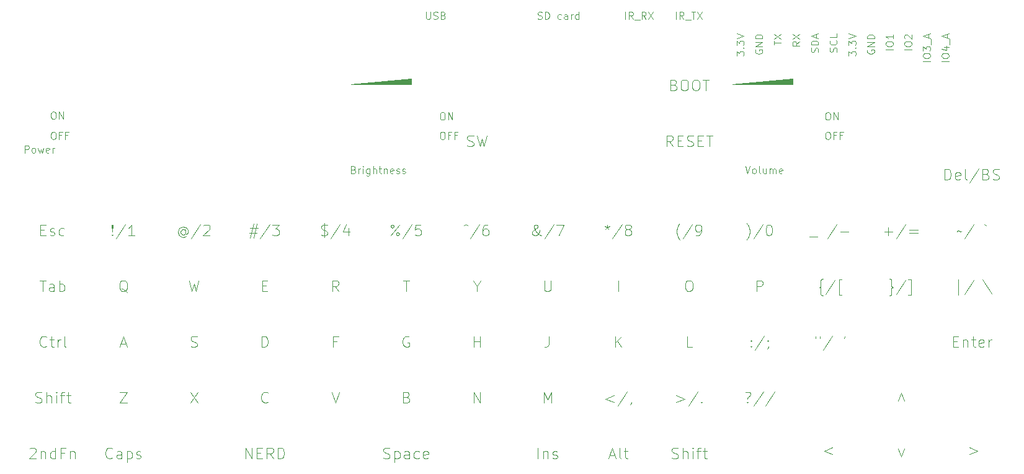
<source format=gto>
G04 #@! TF.GenerationSoftware,KiCad,Pcbnew,8.0.5*
G04 #@! TF.CreationDate,2025-01-01T12:19:42+09:00*
G04 #@! TF.ProjectId,NERD-HPC_CASE_F,4e455244-2d48-4504-935f-434153455f46,rev?*
G04 #@! TF.SameCoordinates,Original*
G04 #@! TF.FileFunction,Legend,Top*
G04 #@! TF.FilePolarity,Positive*
%FSLAX46Y46*%
G04 Gerber Fmt 4.6, Leading zero omitted, Abs format (unit mm)*
G04 Created by KiCad (PCBNEW 8.0.5) date 2025-01-01 12:19:42*
%MOMM*%
%LPD*%
G01*
G04 APERTURE LIST*
%ADD10C,0.100000*%
%ADD11C,4.000000*%
%ADD12C,3.200000*%
G04 APERTURE END LIST*
D10*
X124714000Y-70739000D02*
X116459000Y-70739000D01*
X124714000Y-69977000D01*
X124714000Y-70739000D01*
G36*
X124714000Y-70739000D02*
G01*
X116459000Y-70739000D01*
X124714000Y-69977000D01*
X124714000Y-70739000D01*
G37*
X176820481Y-70753217D02*
X168565481Y-70753217D01*
X176820481Y-69991217D01*
X176820481Y-70753217D01*
G36*
X176820481Y-70753217D02*
G01*
X168565481Y-70753217D01*
X176820481Y-69991217D01*
X176820481Y-70753217D01*
G37*
X142805999Y-114319228D02*
X142805999Y-112819228D01*
X142805999Y-112819228D02*
X143305999Y-113890657D01*
X143305999Y-113890657D02*
X143805999Y-112819228D01*
X143805999Y-112819228D02*
X143805999Y-114319228D01*
X160431428Y-79267228D02*
X159931428Y-78552942D01*
X159574285Y-79267228D02*
X159574285Y-77767228D01*
X159574285Y-77767228D02*
X160145714Y-77767228D01*
X160145714Y-77767228D02*
X160288571Y-77838657D01*
X160288571Y-77838657D02*
X160360000Y-77910085D01*
X160360000Y-77910085D02*
X160431428Y-78052942D01*
X160431428Y-78052942D02*
X160431428Y-78267228D01*
X160431428Y-78267228D02*
X160360000Y-78410085D01*
X160360000Y-78410085D02*
X160288571Y-78481514D01*
X160288571Y-78481514D02*
X160145714Y-78552942D01*
X160145714Y-78552942D02*
X159574285Y-78552942D01*
X161074285Y-78481514D02*
X161574285Y-78481514D01*
X161788571Y-79267228D02*
X161074285Y-79267228D01*
X161074285Y-79267228D02*
X161074285Y-77767228D01*
X161074285Y-77767228D02*
X161788571Y-77767228D01*
X162360000Y-79195800D02*
X162574286Y-79267228D01*
X162574286Y-79267228D02*
X162931428Y-79267228D01*
X162931428Y-79267228D02*
X163074286Y-79195800D01*
X163074286Y-79195800D02*
X163145714Y-79124371D01*
X163145714Y-79124371D02*
X163217143Y-78981514D01*
X163217143Y-78981514D02*
X163217143Y-78838657D01*
X163217143Y-78838657D02*
X163145714Y-78695800D01*
X163145714Y-78695800D02*
X163074286Y-78624371D01*
X163074286Y-78624371D02*
X162931428Y-78552942D01*
X162931428Y-78552942D02*
X162645714Y-78481514D01*
X162645714Y-78481514D02*
X162502857Y-78410085D01*
X162502857Y-78410085D02*
X162431428Y-78338657D01*
X162431428Y-78338657D02*
X162360000Y-78195800D01*
X162360000Y-78195800D02*
X162360000Y-78052942D01*
X162360000Y-78052942D02*
X162431428Y-77910085D01*
X162431428Y-77910085D02*
X162502857Y-77838657D01*
X162502857Y-77838657D02*
X162645714Y-77767228D01*
X162645714Y-77767228D02*
X163002857Y-77767228D01*
X163002857Y-77767228D02*
X163217143Y-77838657D01*
X163859999Y-78481514D02*
X164359999Y-78481514D01*
X164574285Y-79267228D02*
X163859999Y-79267228D01*
X163859999Y-79267228D02*
X163859999Y-77767228D01*
X163859999Y-77767228D02*
X164574285Y-77767228D01*
X165002857Y-77767228D02*
X165860000Y-77767228D01*
X165431428Y-79267228D02*
X165431428Y-77767228D01*
X170476285Y-92030657D02*
X170547714Y-91959228D01*
X170547714Y-91959228D02*
X170690571Y-91744942D01*
X170690571Y-91744942D02*
X170762000Y-91602085D01*
X170762000Y-91602085D02*
X170833428Y-91387800D01*
X170833428Y-91387800D02*
X170904857Y-91030657D01*
X170904857Y-91030657D02*
X170904857Y-90744942D01*
X170904857Y-90744942D02*
X170833428Y-90387800D01*
X170833428Y-90387800D02*
X170762000Y-90173514D01*
X170762000Y-90173514D02*
X170690571Y-90030657D01*
X170690571Y-90030657D02*
X170547714Y-89816371D01*
X170547714Y-89816371D02*
X170476285Y-89744942D01*
X172690571Y-89887800D02*
X171404857Y-91816371D01*
X173476286Y-89959228D02*
X173619143Y-89959228D01*
X173619143Y-89959228D02*
X173762000Y-90030657D01*
X173762000Y-90030657D02*
X173833429Y-90102085D01*
X173833429Y-90102085D02*
X173904857Y-90244942D01*
X173904857Y-90244942D02*
X173976286Y-90530657D01*
X173976286Y-90530657D02*
X173976286Y-90887800D01*
X173976286Y-90887800D02*
X173904857Y-91173514D01*
X173904857Y-91173514D02*
X173833429Y-91316371D01*
X173833429Y-91316371D02*
X173762000Y-91387800D01*
X173762000Y-91387800D02*
X173619143Y-91459228D01*
X173619143Y-91459228D02*
X173476286Y-91459228D01*
X173476286Y-91459228D02*
X173333429Y-91387800D01*
X173333429Y-91387800D02*
X173262000Y-91316371D01*
X173262000Y-91316371D02*
X173190571Y-91173514D01*
X173190571Y-91173514D02*
X173119143Y-90887800D01*
X173119143Y-90887800D02*
X173119143Y-90530657D01*
X173119143Y-90530657D02*
X173190571Y-90244942D01*
X173190571Y-90244942D02*
X173262000Y-90102085D01*
X173262000Y-90102085D02*
X173333429Y-90030657D01*
X173333429Y-90030657D02*
X173476286Y-89959228D01*
X195579419Y-67630931D02*
X194579419Y-67630931D01*
X194579419Y-66964265D02*
X194579419Y-66773789D01*
X194579419Y-66773789D02*
X194627038Y-66678551D01*
X194627038Y-66678551D02*
X194722276Y-66583313D01*
X194722276Y-66583313D02*
X194912752Y-66535694D01*
X194912752Y-66535694D02*
X195246085Y-66535694D01*
X195246085Y-66535694D02*
X195436561Y-66583313D01*
X195436561Y-66583313D02*
X195531800Y-66678551D01*
X195531800Y-66678551D02*
X195579419Y-66773789D01*
X195579419Y-66773789D02*
X195579419Y-66964265D01*
X195579419Y-66964265D02*
X195531800Y-67059503D01*
X195531800Y-67059503D02*
X195436561Y-67154741D01*
X195436561Y-67154741D02*
X195246085Y-67202360D01*
X195246085Y-67202360D02*
X194912752Y-67202360D01*
X194912752Y-67202360D02*
X194722276Y-67154741D01*
X194722276Y-67154741D02*
X194627038Y-67059503D01*
X194627038Y-67059503D02*
X194579419Y-66964265D01*
X194579419Y-66202360D02*
X194579419Y-65583313D01*
X194579419Y-65583313D02*
X194960371Y-65916646D01*
X194960371Y-65916646D02*
X194960371Y-65773789D01*
X194960371Y-65773789D02*
X195007990Y-65678551D01*
X195007990Y-65678551D02*
X195055609Y-65630932D01*
X195055609Y-65630932D02*
X195150847Y-65583313D01*
X195150847Y-65583313D02*
X195388942Y-65583313D01*
X195388942Y-65583313D02*
X195484180Y-65630932D01*
X195484180Y-65630932D02*
X195531800Y-65678551D01*
X195531800Y-65678551D02*
X195579419Y-65773789D01*
X195579419Y-65773789D02*
X195579419Y-66059503D01*
X195579419Y-66059503D02*
X195531800Y-66154741D01*
X195531800Y-66154741D02*
X195484180Y-66202360D01*
X195674657Y-65392837D02*
X195674657Y-64630932D01*
X195293704Y-64440455D02*
X195293704Y-63964265D01*
X195579419Y-64535693D02*
X194579419Y-64202360D01*
X194579419Y-64202360D02*
X195579419Y-63869027D01*
X163074285Y-106699228D02*
X162359999Y-106699228D01*
X162359999Y-106699228D02*
X162359999Y-105199228D01*
X85965428Y-99222085D02*
X85822571Y-99150657D01*
X85822571Y-99150657D02*
X85679714Y-99007800D01*
X85679714Y-99007800D02*
X85465428Y-98793514D01*
X85465428Y-98793514D02*
X85322571Y-98722085D01*
X85322571Y-98722085D02*
X85179714Y-98722085D01*
X85251143Y-99079228D02*
X85108286Y-99007800D01*
X85108286Y-99007800D02*
X84965428Y-98864942D01*
X84965428Y-98864942D02*
X84894000Y-98579228D01*
X84894000Y-98579228D02*
X84894000Y-98079228D01*
X84894000Y-98079228D02*
X84965428Y-97793514D01*
X84965428Y-97793514D02*
X85108286Y-97650657D01*
X85108286Y-97650657D02*
X85251143Y-97579228D01*
X85251143Y-97579228D02*
X85536857Y-97579228D01*
X85536857Y-97579228D02*
X85679714Y-97650657D01*
X85679714Y-97650657D02*
X85822571Y-97793514D01*
X85822571Y-97793514D02*
X85894000Y-98079228D01*
X85894000Y-98079228D02*
X85894000Y-98579228D01*
X85894000Y-98579228D02*
X85822571Y-98864942D01*
X85822571Y-98864942D02*
X85679714Y-99007800D01*
X85679714Y-99007800D02*
X85536857Y-99079228D01*
X85536857Y-99079228D02*
X85251143Y-99079228D01*
X124394857Y-105270657D02*
X124252000Y-105199228D01*
X124252000Y-105199228D02*
X124037714Y-105199228D01*
X124037714Y-105199228D02*
X123823428Y-105270657D01*
X123823428Y-105270657D02*
X123680571Y-105413514D01*
X123680571Y-105413514D02*
X123609142Y-105556371D01*
X123609142Y-105556371D02*
X123537714Y-105842085D01*
X123537714Y-105842085D02*
X123537714Y-106056371D01*
X123537714Y-106056371D02*
X123609142Y-106342085D01*
X123609142Y-106342085D02*
X123680571Y-106484942D01*
X123680571Y-106484942D02*
X123823428Y-106627800D01*
X123823428Y-106627800D02*
X124037714Y-106699228D01*
X124037714Y-106699228D02*
X124180571Y-106699228D01*
X124180571Y-106699228D02*
X124394857Y-106627800D01*
X124394857Y-106627800D02*
X124466285Y-106556371D01*
X124466285Y-106556371D02*
X124466285Y-106056371D01*
X124466285Y-106056371D02*
X124180571Y-106056371D01*
X75774360Y-74532419D02*
X75964836Y-74532419D01*
X75964836Y-74532419D02*
X76060074Y-74580038D01*
X76060074Y-74580038D02*
X76155312Y-74675276D01*
X76155312Y-74675276D02*
X76202931Y-74865752D01*
X76202931Y-74865752D02*
X76202931Y-75199085D01*
X76202931Y-75199085D02*
X76155312Y-75389561D01*
X76155312Y-75389561D02*
X76060074Y-75484800D01*
X76060074Y-75484800D02*
X75964836Y-75532419D01*
X75964836Y-75532419D02*
X75774360Y-75532419D01*
X75774360Y-75532419D02*
X75679122Y-75484800D01*
X75679122Y-75484800D02*
X75583884Y-75389561D01*
X75583884Y-75389561D02*
X75536265Y-75199085D01*
X75536265Y-75199085D02*
X75536265Y-74865752D01*
X75536265Y-74865752D02*
X75583884Y-74675276D01*
X75583884Y-74675276D02*
X75679122Y-74580038D01*
X75679122Y-74580038D02*
X75774360Y-74532419D01*
X76631503Y-75532419D02*
X76631503Y-74532419D01*
X76631503Y-74532419D02*
X77202931Y-75532419D01*
X77202931Y-75532419D02*
X77202931Y-74532419D01*
X189994571Y-99650657D02*
X190066000Y-99650657D01*
X190066000Y-99650657D02*
X190208857Y-99579228D01*
X190208857Y-99579228D02*
X190280286Y-99436371D01*
X190280286Y-99436371D02*
X190280286Y-98722085D01*
X190280286Y-98722085D02*
X190351714Y-98579228D01*
X190351714Y-98579228D02*
X190494571Y-98507800D01*
X190494571Y-98507800D02*
X190351714Y-98436371D01*
X190351714Y-98436371D02*
X190280286Y-98293514D01*
X190280286Y-98293514D02*
X190280286Y-97579228D01*
X190280286Y-97579228D02*
X190208857Y-97436371D01*
X190208857Y-97436371D02*
X190066000Y-97364942D01*
X190066000Y-97364942D02*
X189994571Y-97364942D01*
X192208857Y-97507800D02*
X190923143Y-99436371D01*
X192566000Y-99579228D02*
X192923143Y-99579228D01*
X192923143Y-99579228D02*
X192923143Y-97436371D01*
X192923143Y-97436371D02*
X192566000Y-97436371D01*
X71953809Y-80136419D02*
X71953809Y-79136419D01*
X71953809Y-79136419D02*
X72334761Y-79136419D01*
X72334761Y-79136419D02*
X72429999Y-79184038D01*
X72429999Y-79184038D02*
X72477618Y-79231657D01*
X72477618Y-79231657D02*
X72525237Y-79326895D01*
X72525237Y-79326895D02*
X72525237Y-79469752D01*
X72525237Y-79469752D02*
X72477618Y-79564990D01*
X72477618Y-79564990D02*
X72429999Y-79612609D01*
X72429999Y-79612609D02*
X72334761Y-79660228D01*
X72334761Y-79660228D02*
X71953809Y-79660228D01*
X73096666Y-80136419D02*
X73001428Y-80088800D01*
X73001428Y-80088800D02*
X72953809Y-80041180D01*
X72953809Y-80041180D02*
X72906190Y-79945942D01*
X72906190Y-79945942D02*
X72906190Y-79660228D01*
X72906190Y-79660228D02*
X72953809Y-79564990D01*
X72953809Y-79564990D02*
X73001428Y-79517371D01*
X73001428Y-79517371D02*
X73096666Y-79469752D01*
X73096666Y-79469752D02*
X73239523Y-79469752D01*
X73239523Y-79469752D02*
X73334761Y-79517371D01*
X73334761Y-79517371D02*
X73382380Y-79564990D01*
X73382380Y-79564990D02*
X73429999Y-79660228D01*
X73429999Y-79660228D02*
X73429999Y-79945942D01*
X73429999Y-79945942D02*
X73382380Y-80041180D01*
X73382380Y-80041180D02*
X73334761Y-80088800D01*
X73334761Y-80088800D02*
X73239523Y-80136419D01*
X73239523Y-80136419D02*
X73096666Y-80136419D01*
X73763333Y-79469752D02*
X73953809Y-80136419D01*
X73953809Y-80136419D02*
X74144285Y-79660228D01*
X74144285Y-79660228D02*
X74334761Y-80136419D01*
X74334761Y-80136419D02*
X74525237Y-79469752D01*
X75287142Y-80088800D02*
X75191904Y-80136419D01*
X75191904Y-80136419D02*
X75001428Y-80136419D01*
X75001428Y-80136419D02*
X74906190Y-80088800D01*
X74906190Y-80088800D02*
X74858571Y-79993561D01*
X74858571Y-79993561D02*
X74858571Y-79612609D01*
X74858571Y-79612609D02*
X74906190Y-79517371D01*
X74906190Y-79517371D02*
X75001428Y-79469752D01*
X75001428Y-79469752D02*
X75191904Y-79469752D01*
X75191904Y-79469752D02*
X75287142Y-79517371D01*
X75287142Y-79517371D02*
X75334761Y-79612609D01*
X75334761Y-79612609D02*
X75334761Y-79707847D01*
X75334761Y-79707847D02*
X74858571Y-79803085D01*
X75763333Y-80136419D02*
X75763333Y-79469752D01*
X75763333Y-79660228D02*
X75810952Y-79564990D01*
X75810952Y-79564990D02*
X75858571Y-79517371D01*
X75858571Y-79517371D02*
X75953809Y-79469752D01*
X75953809Y-79469752D02*
X76049047Y-79469752D01*
X121930571Y-91459228D02*
X123073428Y-89959228D01*
X122144857Y-89959228D02*
X122287714Y-90030657D01*
X122287714Y-90030657D02*
X122359142Y-90173514D01*
X122359142Y-90173514D02*
X122287714Y-90316371D01*
X122287714Y-90316371D02*
X122144857Y-90387800D01*
X122144857Y-90387800D02*
X122001999Y-90316371D01*
X122001999Y-90316371D02*
X121930571Y-90173514D01*
X121930571Y-90173514D02*
X122001999Y-90030657D01*
X122001999Y-90030657D02*
X122144857Y-89959228D01*
X123001999Y-91387800D02*
X123073428Y-91244942D01*
X123073428Y-91244942D02*
X123001999Y-91102085D01*
X123001999Y-91102085D02*
X122859142Y-91030657D01*
X122859142Y-91030657D02*
X122716285Y-91102085D01*
X122716285Y-91102085D02*
X122644857Y-91244942D01*
X122644857Y-91244942D02*
X122716285Y-91387800D01*
X122716285Y-91387800D02*
X122859142Y-91459228D01*
X122859142Y-91459228D02*
X123001999Y-91387800D01*
X124787714Y-89887800D02*
X123502000Y-91816371D01*
X126002000Y-89959228D02*
X125287714Y-89959228D01*
X125287714Y-89959228D02*
X125216286Y-90673514D01*
X125216286Y-90673514D02*
X125287714Y-90602085D01*
X125287714Y-90602085D02*
X125430572Y-90530657D01*
X125430572Y-90530657D02*
X125787714Y-90530657D01*
X125787714Y-90530657D02*
X125930572Y-90602085D01*
X125930572Y-90602085D02*
X126002000Y-90673514D01*
X126002000Y-90673514D02*
X126073429Y-90816371D01*
X126073429Y-90816371D02*
X126073429Y-91173514D01*
X126073429Y-91173514D02*
X126002000Y-91316371D01*
X126002000Y-91316371D02*
X125930572Y-91387800D01*
X125930572Y-91387800D02*
X125787714Y-91459228D01*
X125787714Y-91459228D02*
X125430572Y-91459228D01*
X125430572Y-91459228D02*
X125287714Y-91387800D01*
X125287714Y-91387800D02*
X125216286Y-91316371D01*
X171869142Y-99079228D02*
X171869142Y-97579228D01*
X171869142Y-97579228D02*
X172440571Y-97579228D01*
X172440571Y-97579228D02*
X172583428Y-97650657D01*
X172583428Y-97650657D02*
X172654857Y-97722085D01*
X172654857Y-97722085D02*
X172726285Y-97864942D01*
X172726285Y-97864942D02*
X172726285Y-98079228D01*
X172726285Y-98079228D02*
X172654857Y-98222085D01*
X172654857Y-98222085D02*
X172583428Y-98293514D01*
X172583428Y-98293514D02*
X172440571Y-98364942D01*
X172440571Y-98364942D02*
X171869142Y-98364942D01*
X179914000Y-105199228D02*
X179914000Y-105484942D01*
X180485428Y-105199228D02*
X180485428Y-105484942D01*
X182199714Y-105127800D02*
X180914000Y-107056371D01*
X183914000Y-105199228D02*
X183771143Y-105484942D01*
X141990476Y-61824800D02*
X142133333Y-61872419D01*
X142133333Y-61872419D02*
X142371428Y-61872419D01*
X142371428Y-61872419D02*
X142466666Y-61824800D01*
X142466666Y-61824800D02*
X142514285Y-61777180D01*
X142514285Y-61777180D02*
X142561904Y-61681942D01*
X142561904Y-61681942D02*
X142561904Y-61586704D01*
X142561904Y-61586704D02*
X142514285Y-61491466D01*
X142514285Y-61491466D02*
X142466666Y-61443847D01*
X142466666Y-61443847D02*
X142371428Y-61396228D01*
X142371428Y-61396228D02*
X142180952Y-61348609D01*
X142180952Y-61348609D02*
X142085714Y-61300990D01*
X142085714Y-61300990D02*
X142038095Y-61253371D01*
X142038095Y-61253371D02*
X141990476Y-61158133D01*
X141990476Y-61158133D02*
X141990476Y-61062895D01*
X141990476Y-61062895D02*
X142038095Y-60967657D01*
X142038095Y-60967657D02*
X142085714Y-60920038D01*
X142085714Y-60920038D02*
X142180952Y-60872419D01*
X142180952Y-60872419D02*
X142419047Y-60872419D01*
X142419047Y-60872419D02*
X142561904Y-60920038D01*
X142990476Y-61872419D02*
X142990476Y-60872419D01*
X142990476Y-60872419D02*
X143228571Y-60872419D01*
X143228571Y-60872419D02*
X143371428Y-60920038D01*
X143371428Y-60920038D02*
X143466666Y-61015276D01*
X143466666Y-61015276D02*
X143514285Y-61110514D01*
X143514285Y-61110514D02*
X143561904Y-61300990D01*
X143561904Y-61300990D02*
X143561904Y-61443847D01*
X143561904Y-61443847D02*
X143514285Y-61634323D01*
X143514285Y-61634323D02*
X143466666Y-61729561D01*
X143466666Y-61729561D02*
X143371428Y-61824800D01*
X143371428Y-61824800D02*
X143228571Y-61872419D01*
X143228571Y-61872419D02*
X142990476Y-61872419D01*
X145180952Y-61824800D02*
X145085714Y-61872419D01*
X145085714Y-61872419D02*
X144895238Y-61872419D01*
X144895238Y-61872419D02*
X144800000Y-61824800D01*
X144800000Y-61824800D02*
X144752381Y-61777180D01*
X144752381Y-61777180D02*
X144704762Y-61681942D01*
X144704762Y-61681942D02*
X144704762Y-61396228D01*
X144704762Y-61396228D02*
X144752381Y-61300990D01*
X144752381Y-61300990D02*
X144800000Y-61253371D01*
X144800000Y-61253371D02*
X144895238Y-61205752D01*
X144895238Y-61205752D02*
X145085714Y-61205752D01*
X145085714Y-61205752D02*
X145180952Y-61253371D01*
X146038095Y-61872419D02*
X146038095Y-61348609D01*
X146038095Y-61348609D02*
X145990476Y-61253371D01*
X145990476Y-61253371D02*
X145895238Y-61205752D01*
X145895238Y-61205752D02*
X145704762Y-61205752D01*
X145704762Y-61205752D02*
X145609524Y-61253371D01*
X146038095Y-61824800D02*
X145942857Y-61872419D01*
X145942857Y-61872419D02*
X145704762Y-61872419D01*
X145704762Y-61872419D02*
X145609524Y-61824800D01*
X145609524Y-61824800D02*
X145561905Y-61729561D01*
X145561905Y-61729561D02*
X145561905Y-61634323D01*
X145561905Y-61634323D02*
X145609524Y-61539085D01*
X145609524Y-61539085D02*
X145704762Y-61491466D01*
X145704762Y-61491466D02*
X145942857Y-61491466D01*
X145942857Y-61491466D02*
X146038095Y-61443847D01*
X146514286Y-61872419D02*
X146514286Y-61205752D01*
X146514286Y-61396228D02*
X146561905Y-61300990D01*
X146561905Y-61300990D02*
X146609524Y-61253371D01*
X146609524Y-61253371D02*
X146704762Y-61205752D01*
X146704762Y-61205752D02*
X146800000Y-61205752D01*
X147561905Y-61872419D02*
X147561905Y-60872419D01*
X147561905Y-61824800D02*
X147466667Y-61872419D01*
X147466667Y-61872419D02*
X147276191Y-61872419D01*
X147276191Y-61872419D02*
X147180953Y-61824800D01*
X147180953Y-61824800D02*
X147133334Y-61777180D01*
X147133334Y-61777180D02*
X147085715Y-61681942D01*
X147085715Y-61681942D02*
X147085715Y-61396228D01*
X147085715Y-61396228D02*
X147133334Y-61300990D01*
X147133334Y-61300990D02*
X147180953Y-61253371D01*
X147180953Y-61253371D02*
X147276191Y-61205752D01*
X147276191Y-61205752D02*
X147466667Y-61205752D01*
X147466667Y-61205752D02*
X147561905Y-61253371D01*
X180241800Y-66392836D02*
X180289419Y-66249979D01*
X180289419Y-66249979D02*
X180289419Y-66011884D01*
X180289419Y-66011884D02*
X180241800Y-65916646D01*
X180241800Y-65916646D02*
X180194180Y-65869027D01*
X180194180Y-65869027D02*
X180098942Y-65821408D01*
X180098942Y-65821408D02*
X180003704Y-65821408D01*
X180003704Y-65821408D02*
X179908466Y-65869027D01*
X179908466Y-65869027D02*
X179860847Y-65916646D01*
X179860847Y-65916646D02*
X179813228Y-66011884D01*
X179813228Y-66011884D02*
X179765609Y-66202360D01*
X179765609Y-66202360D02*
X179717990Y-66297598D01*
X179717990Y-66297598D02*
X179670371Y-66345217D01*
X179670371Y-66345217D02*
X179575133Y-66392836D01*
X179575133Y-66392836D02*
X179479895Y-66392836D01*
X179479895Y-66392836D02*
X179384657Y-66345217D01*
X179384657Y-66345217D02*
X179337038Y-66297598D01*
X179337038Y-66297598D02*
X179289419Y-66202360D01*
X179289419Y-66202360D02*
X179289419Y-65964265D01*
X179289419Y-65964265D02*
X179337038Y-65821408D01*
X180289419Y-65392836D02*
X179289419Y-65392836D01*
X179289419Y-65392836D02*
X179289419Y-65154741D01*
X179289419Y-65154741D02*
X179337038Y-65011884D01*
X179337038Y-65011884D02*
X179432276Y-64916646D01*
X179432276Y-64916646D02*
X179527514Y-64869027D01*
X179527514Y-64869027D02*
X179717990Y-64821408D01*
X179717990Y-64821408D02*
X179860847Y-64821408D01*
X179860847Y-64821408D02*
X180051323Y-64869027D01*
X180051323Y-64869027D02*
X180146561Y-64916646D01*
X180146561Y-64916646D02*
X180241800Y-65011884D01*
X180241800Y-65011884D02*
X180289419Y-65154741D01*
X180289419Y-65154741D02*
X180289419Y-65392836D01*
X180003704Y-64440455D02*
X180003704Y-63964265D01*
X180289419Y-64535693D02*
X179289419Y-64202360D01*
X179289419Y-64202360D02*
X180289419Y-63869027D01*
X171119142Y-106556371D02*
X171190571Y-106627800D01*
X171190571Y-106627800D02*
X171119142Y-106699228D01*
X171119142Y-106699228D02*
X171047714Y-106627800D01*
X171047714Y-106627800D02*
X171119142Y-106556371D01*
X171119142Y-106556371D02*
X171119142Y-106699228D01*
X171119142Y-105770657D02*
X171190571Y-105842085D01*
X171190571Y-105842085D02*
X171119142Y-105913514D01*
X171119142Y-105913514D02*
X171047714Y-105842085D01*
X171047714Y-105842085D02*
X171119142Y-105770657D01*
X171119142Y-105770657D02*
X171119142Y-105913514D01*
X172904857Y-105127800D02*
X171619143Y-107056371D01*
X173476286Y-106627800D02*
X173476286Y-106699228D01*
X173476286Y-106699228D02*
X173404857Y-106842085D01*
X173404857Y-106842085D02*
X173333429Y-106913514D01*
X173404857Y-105770657D02*
X173476286Y-105842085D01*
X173476286Y-105842085D02*
X173404857Y-105913514D01*
X173404857Y-105913514D02*
X173333429Y-105842085D01*
X173333429Y-105842085D02*
X173404857Y-105770657D01*
X173404857Y-105770657D02*
X173404857Y-105913514D01*
X74120571Y-90673514D02*
X74620571Y-90673514D01*
X74834857Y-91459228D02*
X74120571Y-91459228D01*
X74120571Y-91459228D02*
X74120571Y-89959228D01*
X74120571Y-89959228D02*
X74834857Y-89959228D01*
X75406286Y-91387800D02*
X75549143Y-91459228D01*
X75549143Y-91459228D02*
X75834857Y-91459228D01*
X75834857Y-91459228D02*
X75977714Y-91387800D01*
X75977714Y-91387800D02*
X76049143Y-91244942D01*
X76049143Y-91244942D02*
X76049143Y-91173514D01*
X76049143Y-91173514D02*
X75977714Y-91030657D01*
X75977714Y-91030657D02*
X75834857Y-90959228D01*
X75834857Y-90959228D02*
X75620572Y-90959228D01*
X75620572Y-90959228D02*
X75477714Y-90887800D01*
X75477714Y-90887800D02*
X75406286Y-90744942D01*
X75406286Y-90744942D02*
X75406286Y-90673514D01*
X75406286Y-90673514D02*
X75477714Y-90530657D01*
X75477714Y-90530657D02*
X75620572Y-90459228D01*
X75620572Y-90459228D02*
X75834857Y-90459228D01*
X75834857Y-90459228D02*
X75977714Y-90530657D01*
X77334858Y-91387800D02*
X77192000Y-91459228D01*
X77192000Y-91459228D02*
X76906286Y-91459228D01*
X76906286Y-91459228D02*
X76763429Y-91387800D01*
X76763429Y-91387800D02*
X76692000Y-91316371D01*
X76692000Y-91316371D02*
X76620572Y-91173514D01*
X76620572Y-91173514D02*
X76620572Y-90744942D01*
X76620572Y-90744942D02*
X76692000Y-90602085D01*
X76692000Y-90602085D02*
X76763429Y-90530657D01*
X76763429Y-90530657D02*
X76906286Y-90459228D01*
X76906286Y-90459228D02*
X77192000Y-90459228D01*
X77192000Y-90459228D02*
X77334858Y-90530657D01*
X171717038Y-66059503D02*
X171669419Y-66154741D01*
X171669419Y-66154741D02*
X171669419Y-66297598D01*
X171669419Y-66297598D02*
X171717038Y-66440455D01*
X171717038Y-66440455D02*
X171812276Y-66535693D01*
X171812276Y-66535693D02*
X171907514Y-66583312D01*
X171907514Y-66583312D02*
X172097990Y-66630931D01*
X172097990Y-66630931D02*
X172240847Y-66630931D01*
X172240847Y-66630931D02*
X172431323Y-66583312D01*
X172431323Y-66583312D02*
X172526561Y-66535693D01*
X172526561Y-66535693D02*
X172621800Y-66440455D01*
X172621800Y-66440455D02*
X172669419Y-66297598D01*
X172669419Y-66297598D02*
X172669419Y-66202360D01*
X172669419Y-66202360D02*
X172621800Y-66059503D01*
X172621800Y-66059503D02*
X172574180Y-66011884D01*
X172574180Y-66011884D02*
X172240847Y-66011884D01*
X172240847Y-66011884D02*
X172240847Y-66202360D01*
X172669419Y-65583312D02*
X171669419Y-65583312D01*
X171669419Y-65583312D02*
X172669419Y-65011884D01*
X172669419Y-65011884D02*
X171669419Y-65011884D01*
X172669419Y-64535693D02*
X171669419Y-64535693D01*
X171669419Y-64535693D02*
X171669419Y-64297598D01*
X171669419Y-64297598D02*
X171717038Y-64154741D01*
X171717038Y-64154741D02*
X171812276Y-64059503D01*
X171812276Y-64059503D02*
X171907514Y-64011884D01*
X171907514Y-64011884D02*
X172097990Y-63964265D01*
X172097990Y-63964265D02*
X172240847Y-63964265D01*
X172240847Y-63964265D02*
X172431323Y-64011884D01*
X172431323Y-64011884D02*
X172526561Y-64059503D01*
X172526561Y-64059503D02*
X172621800Y-64154741D01*
X172621800Y-64154741D02*
X172669419Y-64297598D01*
X172669419Y-64297598D02*
X172669419Y-64535693D01*
X94546000Y-112819228D02*
X95546000Y-114319228D01*
X95546000Y-112819228D02*
X94546000Y-114319228D01*
X132368286Y-79195800D02*
X132582572Y-79267228D01*
X132582572Y-79267228D02*
X132939714Y-79267228D01*
X132939714Y-79267228D02*
X133082572Y-79195800D01*
X133082572Y-79195800D02*
X133154000Y-79124371D01*
X133154000Y-79124371D02*
X133225429Y-78981514D01*
X133225429Y-78981514D02*
X133225429Y-78838657D01*
X133225429Y-78838657D02*
X133154000Y-78695800D01*
X133154000Y-78695800D02*
X133082572Y-78624371D01*
X133082572Y-78624371D02*
X132939714Y-78552942D01*
X132939714Y-78552942D02*
X132654000Y-78481514D01*
X132654000Y-78481514D02*
X132511143Y-78410085D01*
X132511143Y-78410085D02*
X132439714Y-78338657D01*
X132439714Y-78338657D02*
X132368286Y-78195800D01*
X132368286Y-78195800D02*
X132368286Y-78052942D01*
X132368286Y-78052942D02*
X132439714Y-77910085D01*
X132439714Y-77910085D02*
X132511143Y-77838657D01*
X132511143Y-77838657D02*
X132654000Y-77767228D01*
X132654000Y-77767228D02*
X133011143Y-77767228D01*
X133011143Y-77767228D02*
X133225429Y-77838657D01*
X133725428Y-77767228D02*
X134082571Y-79267228D01*
X134082571Y-79267228D02*
X134368285Y-78195800D01*
X134368285Y-78195800D02*
X134654000Y-79267228D01*
X134654000Y-79267228D02*
X135011143Y-77767228D01*
X102733714Y-90459228D02*
X103805142Y-90459228D01*
X103162285Y-89816371D02*
X102733714Y-91744942D01*
X103662285Y-91102085D02*
X102590857Y-91102085D01*
X103233714Y-91744942D02*
X103662285Y-89816371D01*
X105376571Y-89887800D02*
X104090857Y-91816371D01*
X105733714Y-89959228D02*
X106662286Y-89959228D01*
X106662286Y-89959228D02*
X106162286Y-90530657D01*
X106162286Y-90530657D02*
X106376571Y-90530657D01*
X106376571Y-90530657D02*
X106519429Y-90602085D01*
X106519429Y-90602085D02*
X106590857Y-90673514D01*
X106590857Y-90673514D02*
X106662286Y-90816371D01*
X106662286Y-90816371D02*
X106662286Y-91173514D01*
X106662286Y-91173514D02*
X106590857Y-91316371D01*
X106590857Y-91316371D02*
X106519429Y-91387800D01*
X106519429Y-91387800D02*
X106376571Y-91459228D01*
X106376571Y-91459228D02*
X105948000Y-91459228D01*
X105948000Y-91459228D02*
X105805143Y-91387800D01*
X105805143Y-91387800D02*
X105733714Y-91316371D01*
X112421429Y-91387800D02*
X112635715Y-91459228D01*
X112635715Y-91459228D02*
X112992857Y-91459228D01*
X112992857Y-91459228D02*
X113135715Y-91387800D01*
X113135715Y-91387800D02*
X113207143Y-91316371D01*
X113207143Y-91316371D02*
X113278572Y-91173514D01*
X113278572Y-91173514D02*
X113278572Y-91030657D01*
X113278572Y-91030657D02*
X113207143Y-90887800D01*
X113207143Y-90887800D02*
X113135715Y-90816371D01*
X113135715Y-90816371D02*
X112992857Y-90744942D01*
X112992857Y-90744942D02*
X112707143Y-90673514D01*
X112707143Y-90673514D02*
X112564286Y-90602085D01*
X112564286Y-90602085D02*
X112492857Y-90530657D01*
X112492857Y-90530657D02*
X112421429Y-90387800D01*
X112421429Y-90387800D02*
X112421429Y-90244942D01*
X112421429Y-90244942D02*
X112492857Y-90102085D01*
X112492857Y-90102085D02*
X112564286Y-90030657D01*
X112564286Y-90030657D02*
X112707143Y-89959228D01*
X112707143Y-89959228D02*
X113064286Y-89959228D01*
X113064286Y-89959228D02*
X113278572Y-90030657D01*
X112850000Y-89744942D02*
X112850000Y-91673514D01*
X114992857Y-89887800D02*
X113707143Y-91816371D01*
X116135715Y-90459228D02*
X116135715Y-91459228D01*
X115778572Y-89887800D02*
X115421429Y-90959228D01*
X115421429Y-90959228D02*
X116350000Y-90959228D01*
X73956286Y-97579228D02*
X74813429Y-97579228D01*
X74384857Y-99079228D02*
X74384857Y-97579228D01*
X75956286Y-99079228D02*
X75956286Y-98293514D01*
X75956286Y-98293514D02*
X75884857Y-98150657D01*
X75884857Y-98150657D02*
X75742000Y-98079228D01*
X75742000Y-98079228D02*
X75456286Y-98079228D01*
X75456286Y-98079228D02*
X75313428Y-98150657D01*
X75956286Y-99007800D02*
X75813428Y-99079228D01*
X75813428Y-99079228D02*
X75456286Y-99079228D01*
X75456286Y-99079228D02*
X75313428Y-99007800D01*
X75313428Y-99007800D02*
X75242000Y-98864942D01*
X75242000Y-98864942D02*
X75242000Y-98722085D01*
X75242000Y-98722085D02*
X75313428Y-98579228D01*
X75313428Y-98579228D02*
X75456286Y-98507800D01*
X75456286Y-98507800D02*
X75813428Y-98507800D01*
X75813428Y-98507800D02*
X75956286Y-98436371D01*
X76670571Y-99079228D02*
X76670571Y-97579228D01*
X76670571Y-98150657D02*
X76813429Y-98079228D01*
X76813429Y-98079228D02*
X77099143Y-98079228D01*
X77099143Y-98079228D02*
X77242000Y-98150657D01*
X77242000Y-98150657D02*
X77313429Y-98222085D01*
X77313429Y-98222085D02*
X77384857Y-98364942D01*
X77384857Y-98364942D02*
X77384857Y-98793514D01*
X77384857Y-98793514D02*
X77313429Y-98936371D01*
X77313429Y-98936371D02*
X77242000Y-99007800D01*
X77242000Y-99007800D02*
X77099143Y-99079228D01*
X77099143Y-99079228D02*
X76813429Y-99079228D01*
X76813429Y-99079228D02*
X76670571Y-99007800D01*
X152565142Y-106699228D02*
X152565142Y-105199228D01*
X153422285Y-106699228D02*
X152779428Y-105842085D01*
X153422285Y-105199228D02*
X152565142Y-106056371D01*
X74920571Y-106556371D02*
X74849143Y-106627800D01*
X74849143Y-106627800D02*
X74634857Y-106699228D01*
X74634857Y-106699228D02*
X74492000Y-106699228D01*
X74492000Y-106699228D02*
X74277714Y-106627800D01*
X74277714Y-106627800D02*
X74134857Y-106484942D01*
X74134857Y-106484942D02*
X74063428Y-106342085D01*
X74063428Y-106342085D02*
X73992000Y-106056371D01*
X73992000Y-106056371D02*
X73992000Y-105842085D01*
X73992000Y-105842085D02*
X74063428Y-105556371D01*
X74063428Y-105556371D02*
X74134857Y-105413514D01*
X74134857Y-105413514D02*
X74277714Y-105270657D01*
X74277714Y-105270657D02*
X74492000Y-105199228D01*
X74492000Y-105199228D02*
X74634857Y-105199228D01*
X74634857Y-105199228D02*
X74849143Y-105270657D01*
X74849143Y-105270657D02*
X74920571Y-105342085D01*
X75349143Y-105699228D02*
X75920571Y-105699228D01*
X75563428Y-105199228D02*
X75563428Y-106484942D01*
X75563428Y-106484942D02*
X75634857Y-106627800D01*
X75634857Y-106627800D02*
X75777714Y-106699228D01*
X75777714Y-106699228D02*
X75920571Y-106699228D01*
X76420571Y-106699228D02*
X76420571Y-105699228D01*
X76420571Y-105984942D02*
X76492000Y-105842085D01*
X76492000Y-105842085D02*
X76563429Y-105770657D01*
X76563429Y-105770657D02*
X76706286Y-105699228D01*
X76706286Y-105699228D02*
X76849143Y-105699228D01*
X77563428Y-106699228D02*
X77420571Y-106627800D01*
X77420571Y-106627800D02*
X77349142Y-106484942D01*
X77349142Y-106484942D02*
X77349142Y-105199228D01*
X120930572Y-121867800D02*
X121144858Y-121939228D01*
X121144858Y-121939228D02*
X121502000Y-121939228D01*
X121502000Y-121939228D02*
X121644858Y-121867800D01*
X121644858Y-121867800D02*
X121716286Y-121796371D01*
X121716286Y-121796371D02*
X121787715Y-121653514D01*
X121787715Y-121653514D02*
X121787715Y-121510657D01*
X121787715Y-121510657D02*
X121716286Y-121367800D01*
X121716286Y-121367800D02*
X121644858Y-121296371D01*
X121644858Y-121296371D02*
X121502000Y-121224942D01*
X121502000Y-121224942D02*
X121216286Y-121153514D01*
X121216286Y-121153514D02*
X121073429Y-121082085D01*
X121073429Y-121082085D02*
X121002000Y-121010657D01*
X121002000Y-121010657D02*
X120930572Y-120867800D01*
X120930572Y-120867800D02*
X120930572Y-120724942D01*
X120930572Y-120724942D02*
X121002000Y-120582085D01*
X121002000Y-120582085D02*
X121073429Y-120510657D01*
X121073429Y-120510657D02*
X121216286Y-120439228D01*
X121216286Y-120439228D02*
X121573429Y-120439228D01*
X121573429Y-120439228D02*
X121787715Y-120510657D01*
X122430571Y-120939228D02*
X122430571Y-122439228D01*
X122430571Y-121010657D02*
X122573429Y-120939228D01*
X122573429Y-120939228D02*
X122859143Y-120939228D01*
X122859143Y-120939228D02*
X123002000Y-121010657D01*
X123002000Y-121010657D02*
X123073429Y-121082085D01*
X123073429Y-121082085D02*
X123144857Y-121224942D01*
X123144857Y-121224942D02*
X123144857Y-121653514D01*
X123144857Y-121653514D02*
X123073429Y-121796371D01*
X123073429Y-121796371D02*
X123002000Y-121867800D01*
X123002000Y-121867800D02*
X122859143Y-121939228D01*
X122859143Y-121939228D02*
X122573429Y-121939228D01*
X122573429Y-121939228D02*
X122430571Y-121867800D01*
X124430572Y-121939228D02*
X124430572Y-121153514D01*
X124430572Y-121153514D02*
X124359143Y-121010657D01*
X124359143Y-121010657D02*
X124216286Y-120939228D01*
X124216286Y-120939228D02*
X123930572Y-120939228D01*
X123930572Y-120939228D02*
X123787714Y-121010657D01*
X124430572Y-121867800D02*
X124287714Y-121939228D01*
X124287714Y-121939228D02*
X123930572Y-121939228D01*
X123930572Y-121939228D02*
X123787714Y-121867800D01*
X123787714Y-121867800D02*
X123716286Y-121724942D01*
X123716286Y-121724942D02*
X123716286Y-121582085D01*
X123716286Y-121582085D02*
X123787714Y-121439228D01*
X123787714Y-121439228D02*
X123930572Y-121367800D01*
X123930572Y-121367800D02*
X124287714Y-121367800D01*
X124287714Y-121367800D02*
X124430572Y-121296371D01*
X125787715Y-121867800D02*
X125644857Y-121939228D01*
X125644857Y-121939228D02*
X125359143Y-121939228D01*
X125359143Y-121939228D02*
X125216286Y-121867800D01*
X125216286Y-121867800D02*
X125144857Y-121796371D01*
X125144857Y-121796371D02*
X125073429Y-121653514D01*
X125073429Y-121653514D02*
X125073429Y-121224942D01*
X125073429Y-121224942D02*
X125144857Y-121082085D01*
X125144857Y-121082085D02*
X125216286Y-121010657D01*
X125216286Y-121010657D02*
X125359143Y-120939228D01*
X125359143Y-120939228D02*
X125644857Y-120939228D01*
X125644857Y-120939228D02*
X125787715Y-121010657D01*
X127002000Y-121867800D02*
X126859143Y-121939228D01*
X126859143Y-121939228D02*
X126573429Y-121939228D01*
X126573429Y-121939228D02*
X126430571Y-121867800D01*
X126430571Y-121867800D02*
X126359143Y-121724942D01*
X126359143Y-121724942D02*
X126359143Y-121153514D01*
X126359143Y-121153514D02*
X126430571Y-121010657D01*
X126430571Y-121010657D02*
X126573429Y-120939228D01*
X126573429Y-120939228D02*
X126859143Y-120939228D01*
X126859143Y-120939228D02*
X127002000Y-121010657D01*
X127002000Y-121010657D02*
X127073429Y-121153514D01*
X127073429Y-121153514D02*
X127073429Y-121296371D01*
X127073429Y-121296371D02*
X126359143Y-121439228D01*
X191139228Y-120540571D02*
X191567800Y-121683428D01*
X191567800Y-121683428D02*
X191996371Y-120540571D01*
X198119419Y-67630931D02*
X197119419Y-67630931D01*
X197119419Y-66964265D02*
X197119419Y-66773789D01*
X197119419Y-66773789D02*
X197167038Y-66678551D01*
X197167038Y-66678551D02*
X197262276Y-66583313D01*
X197262276Y-66583313D02*
X197452752Y-66535694D01*
X197452752Y-66535694D02*
X197786085Y-66535694D01*
X197786085Y-66535694D02*
X197976561Y-66583313D01*
X197976561Y-66583313D02*
X198071800Y-66678551D01*
X198071800Y-66678551D02*
X198119419Y-66773789D01*
X198119419Y-66773789D02*
X198119419Y-66964265D01*
X198119419Y-66964265D02*
X198071800Y-67059503D01*
X198071800Y-67059503D02*
X197976561Y-67154741D01*
X197976561Y-67154741D02*
X197786085Y-67202360D01*
X197786085Y-67202360D02*
X197452752Y-67202360D01*
X197452752Y-67202360D02*
X197262276Y-67154741D01*
X197262276Y-67154741D02*
X197167038Y-67059503D01*
X197167038Y-67059503D02*
X197119419Y-66964265D01*
X197452752Y-65678551D02*
X198119419Y-65678551D01*
X197071800Y-65916646D02*
X197786085Y-66154741D01*
X197786085Y-66154741D02*
X197786085Y-65535694D01*
X198214657Y-65392837D02*
X198214657Y-64630932D01*
X197833704Y-64440455D02*
X197833704Y-63964265D01*
X198119419Y-64535693D02*
X197119419Y-64202360D01*
X197119419Y-64202360D02*
X198119419Y-63869027D01*
X174209419Y-65392836D02*
X174209419Y-64821408D01*
X175209419Y-65107122D02*
X174209419Y-65107122D01*
X174209419Y-64583312D02*
X175209419Y-63916646D01*
X174209419Y-63916646D02*
X175209419Y-64583312D01*
X133225428Y-114319228D02*
X133225428Y-112819228D01*
X133225428Y-112819228D02*
X134082571Y-114319228D01*
X134082571Y-114319228D02*
X134082571Y-112819228D01*
X133654000Y-98364942D02*
X133654000Y-99079228D01*
X133154000Y-97579228D02*
X133654000Y-98364942D01*
X133654000Y-98364942D02*
X134154000Y-97579228D01*
X170619142Y-114176371D02*
X170690571Y-114247800D01*
X170690571Y-114247800D02*
X170619142Y-114319228D01*
X170619142Y-114319228D02*
X170547714Y-114247800D01*
X170547714Y-114247800D02*
X170619142Y-114176371D01*
X170619142Y-114176371D02*
X170619142Y-114319228D01*
X170333428Y-112890657D02*
X170476285Y-112819228D01*
X170476285Y-112819228D02*
X170833428Y-112819228D01*
X170833428Y-112819228D02*
X170976285Y-112890657D01*
X170976285Y-112890657D02*
X171047714Y-113033514D01*
X171047714Y-113033514D02*
X171047714Y-113176371D01*
X171047714Y-113176371D02*
X170976285Y-113319228D01*
X170976285Y-113319228D02*
X170904856Y-113390657D01*
X170904856Y-113390657D02*
X170761999Y-113462085D01*
X170761999Y-113462085D02*
X170690571Y-113533514D01*
X170690571Y-113533514D02*
X170619142Y-113676371D01*
X170619142Y-113676371D02*
X170619142Y-113747800D01*
X172761999Y-112747800D02*
X171476285Y-114676371D01*
X174333428Y-112747800D02*
X173047714Y-114676371D01*
X102090856Y-121939228D02*
X102090856Y-120439228D01*
X102090856Y-120439228D02*
X102947999Y-121939228D01*
X102947999Y-121939228D02*
X102947999Y-120439228D01*
X103662285Y-121153514D02*
X104162285Y-121153514D01*
X104376571Y-121939228D02*
X103662285Y-121939228D01*
X103662285Y-121939228D02*
X103662285Y-120439228D01*
X103662285Y-120439228D02*
X104376571Y-120439228D01*
X105876571Y-121939228D02*
X105376571Y-121224942D01*
X105019428Y-121939228D02*
X105019428Y-120439228D01*
X105019428Y-120439228D02*
X105590857Y-120439228D01*
X105590857Y-120439228D02*
X105733714Y-120510657D01*
X105733714Y-120510657D02*
X105805143Y-120582085D01*
X105805143Y-120582085D02*
X105876571Y-120724942D01*
X105876571Y-120724942D02*
X105876571Y-120939228D01*
X105876571Y-120939228D02*
X105805143Y-121082085D01*
X105805143Y-121082085D02*
X105733714Y-121153514D01*
X105733714Y-121153514D02*
X105590857Y-121224942D01*
X105590857Y-121224942D02*
X105019428Y-121224942D01*
X106519428Y-121939228D02*
X106519428Y-120439228D01*
X106519428Y-120439228D02*
X106876571Y-120439228D01*
X106876571Y-120439228D02*
X107090857Y-120510657D01*
X107090857Y-120510657D02*
X107233714Y-120653514D01*
X107233714Y-120653514D02*
X107305143Y-120796371D01*
X107305143Y-120796371D02*
X107376571Y-121082085D01*
X107376571Y-121082085D02*
X107376571Y-121296371D01*
X107376571Y-121296371D02*
X107305143Y-121582085D01*
X107305143Y-121582085D02*
X107233714Y-121724942D01*
X107233714Y-121724942D02*
X107090857Y-121867800D01*
X107090857Y-121867800D02*
X106876571Y-121939228D01*
X106876571Y-121939228D02*
X106519428Y-121939228D01*
X116842856Y-82448609D02*
X116985713Y-82496228D01*
X116985713Y-82496228D02*
X117033332Y-82543847D01*
X117033332Y-82543847D02*
X117080951Y-82639085D01*
X117080951Y-82639085D02*
X117080951Y-82781942D01*
X117080951Y-82781942D02*
X117033332Y-82877180D01*
X117033332Y-82877180D02*
X116985713Y-82924800D01*
X116985713Y-82924800D02*
X116890475Y-82972419D01*
X116890475Y-82972419D02*
X116509523Y-82972419D01*
X116509523Y-82972419D02*
X116509523Y-81972419D01*
X116509523Y-81972419D02*
X116842856Y-81972419D01*
X116842856Y-81972419D02*
X116938094Y-82020038D01*
X116938094Y-82020038D02*
X116985713Y-82067657D01*
X116985713Y-82067657D02*
X117033332Y-82162895D01*
X117033332Y-82162895D02*
X117033332Y-82258133D01*
X117033332Y-82258133D02*
X116985713Y-82353371D01*
X116985713Y-82353371D02*
X116938094Y-82400990D01*
X116938094Y-82400990D02*
X116842856Y-82448609D01*
X116842856Y-82448609D02*
X116509523Y-82448609D01*
X117509523Y-82972419D02*
X117509523Y-82305752D01*
X117509523Y-82496228D02*
X117557142Y-82400990D01*
X117557142Y-82400990D02*
X117604761Y-82353371D01*
X117604761Y-82353371D02*
X117699999Y-82305752D01*
X117699999Y-82305752D02*
X117795237Y-82305752D01*
X118128571Y-82972419D02*
X118128571Y-82305752D01*
X118128571Y-81972419D02*
X118080952Y-82020038D01*
X118080952Y-82020038D02*
X118128571Y-82067657D01*
X118128571Y-82067657D02*
X118176190Y-82020038D01*
X118176190Y-82020038D02*
X118128571Y-81972419D01*
X118128571Y-81972419D02*
X118128571Y-82067657D01*
X119033332Y-82305752D02*
X119033332Y-83115276D01*
X119033332Y-83115276D02*
X118985713Y-83210514D01*
X118985713Y-83210514D02*
X118938094Y-83258133D01*
X118938094Y-83258133D02*
X118842856Y-83305752D01*
X118842856Y-83305752D02*
X118699999Y-83305752D01*
X118699999Y-83305752D02*
X118604761Y-83258133D01*
X119033332Y-82924800D02*
X118938094Y-82972419D01*
X118938094Y-82972419D02*
X118747618Y-82972419D01*
X118747618Y-82972419D02*
X118652380Y-82924800D01*
X118652380Y-82924800D02*
X118604761Y-82877180D01*
X118604761Y-82877180D02*
X118557142Y-82781942D01*
X118557142Y-82781942D02*
X118557142Y-82496228D01*
X118557142Y-82496228D02*
X118604761Y-82400990D01*
X118604761Y-82400990D02*
X118652380Y-82353371D01*
X118652380Y-82353371D02*
X118747618Y-82305752D01*
X118747618Y-82305752D02*
X118938094Y-82305752D01*
X118938094Y-82305752D02*
X119033332Y-82353371D01*
X119509523Y-82972419D02*
X119509523Y-81972419D01*
X119938094Y-82972419D02*
X119938094Y-82448609D01*
X119938094Y-82448609D02*
X119890475Y-82353371D01*
X119890475Y-82353371D02*
X119795237Y-82305752D01*
X119795237Y-82305752D02*
X119652380Y-82305752D01*
X119652380Y-82305752D02*
X119557142Y-82353371D01*
X119557142Y-82353371D02*
X119509523Y-82400990D01*
X120271428Y-82305752D02*
X120652380Y-82305752D01*
X120414285Y-81972419D02*
X120414285Y-82829561D01*
X120414285Y-82829561D02*
X120461904Y-82924800D01*
X120461904Y-82924800D02*
X120557142Y-82972419D01*
X120557142Y-82972419D02*
X120652380Y-82972419D01*
X120985714Y-82305752D02*
X120985714Y-82972419D01*
X120985714Y-82400990D02*
X121033333Y-82353371D01*
X121033333Y-82353371D02*
X121128571Y-82305752D01*
X121128571Y-82305752D02*
X121271428Y-82305752D01*
X121271428Y-82305752D02*
X121366666Y-82353371D01*
X121366666Y-82353371D02*
X121414285Y-82448609D01*
X121414285Y-82448609D02*
X121414285Y-82972419D01*
X122271428Y-82924800D02*
X122176190Y-82972419D01*
X122176190Y-82972419D02*
X121985714Y-82972419D01*
X121985714Y-82972419D02*
X121890476Y-82924800D01*
X121890476Y-82924800D02*
X121842857Y-82829561D01*
X121842857Y-82829561D02*
X121842857Y-82448609D01*
X121842857Y-82448609D02*
X121890476Y-82353371D01*
X121890476Y-82353371D02*
X121985714Y-82305752D01*
X121985714Y-82305752D02*
X122176190Y-82305752D01*
X122176190Y-82305752D02*
X122271428Y-82353371D01*
X122271428Y-82353371D02*
X122319047Y-82448609D01*
X122319047Y-82448609D02*
X122319047Y-82543847D01*
X122319047Y-82543847D02*
X121842857Y-82639085D01*
X122700000Y-82924800D02*
X122795238Y-82972419D01*
X122795238Y-82972419D02*
X122985714Y-82972419D01*
X122985714Y-82972419D02*
X123080952Y-82924800D01*
X123080952Y-82924800D02*
X123128571Y-82829561D01*
X123128571Y-82829561D02*
X123128571Y-82781942D01*
X123128571Y-82781942D02*
X123080952Y-82686704D01*
X123080952Y-82686704D02*
X122985714Y-82639085D01*
X122985714Y-82639085D02*
X122842857Y-82639085D01*
X122842857Y-82639085D02*
X122747619Y-82591466D01*
X122747619Y-82591466D02*
X122700000Y-82496228D01*
X122700000Y-82496228D02*
X122700000Y-82448609D01*
X122700000Y-82448609D02*
X122747619Y-82353371D01*
X122747619Y-82353371D02*
X122842857Y-82305752D01*
X122842857Y-82305752D02*
X122985714Y-82305752D01*
X122985714Y-82305752D02*
X123080952Y-82353371D01*
X123509524Y-82924800D02*
X123604762Y-82972419D01*
X123604762Y-82972419D02*
X123795238Y-82972419D01*
X123795238Y-82972419D02*
X123890476Y-82924800D01*
X123890476Y-82924800D02*
X123938095Y-82829561D01*
X123938095Y-82829561D02*
X123938095Y-82781942D01*
X123938095Y-82781942D02*
X123890476Y-82686704D01*
X123890476Y-82686704D02*
X123795238Y-82639085D01*
X123795238Y-82639085D02*
X123652381Y-82639085D01*
X123652381Y-82639085D02*
X123557143Y-82591466D01*
X123557143Y-82591466D02*
X123509524Y-82496228D01*
X123509524Y-82496228D02*
X123509524Y-82448609D01*
X123509524Y-82448609D02*
X123557143Y-82353371D01*
X123557143Y-82353371D02*
X123652381Y-82305752D01*
X123652381Y-82305752D02*
X123795238Y-82305752D01*
X123795238Y-82305752D02*
X123890476Y-82353371D01*
X181494360Y-74620419D02*
X181684836Y-74620419D01*
X181684836Y-74620419D02*
X181780074Y-74668038D01*
X181780074Y-74668038D02*
X181875312Y-74763276D01*
X181875312Y-74763276D02*
X181922931Y-74953752D01*
X181922931Y-74953752D02*
X181922931Y-75287085D01*
X181922931Y-75287085D02*
X181875312Y-75477561D01*
X181875312Y-75477561D02*
X181780074Y-75572800D01*
X181780074Y-75572800D02*
X181684836Y-75620419D01*
X181684836Y-75620419D02*
X181494360Y-75620419D01*
X181494360Y-75620419D02*
X181399122Y-75572800D01*
X181399122Y-75572800D02*
X181303884Y-75477561D01*
X181303884Y-75477561D02*
X181256265Y-75287085D01*
X181256265Y-75287085D02*
X181256265Y-74953752D01*
X181256265Y-74953752D02*
X181303884Y-74763276D01*
X181303884Y-74763276D02*
X181399122Y-74668038D01*
X181399122Y-74668038D02*
X181494360Y-74620419D01*
X182351503Y-75620419D02*
X182351503Y-74620419D01*
X182351503Y-74620419D02*
X182922931Y-75620419D01*
X182922931Y-75620419D02*
X182922931Y-74620419D01*
X73420571Y-114247800D02*
X73634857Y-114319228D01*
X73634857Y-114319228D02*
X73991999Y-114319228D01*
X73991999Y-114319228D02*
X74134857Y-114247800D01*
X74134857Y-114247800D02*
X74206285Y-114176371D01*
X74206285Y-114176371D02*
X74277714Y-114033514D01*
X74277714Y-114033514D02*
X74277714Y-113890657D01*
X74277714Y-113890657D02*
X74206285Y-113747800D01*
X74206285Y-113747800D02*
X74134857Y-113676371D01*
X74134857Y-113676371D02*
X73991999Y-113604942D01*
X73991999Y-113604942D02*
X73706285Y-113533514D01*
X73706285Y-113533514D02*
X73563428Y-113462085D01*
X73563428Y-113462085D02*
X73491999Y-113390657D01*
X73491999Y-113390657D02*
X73420571Y-113247800D01*
X73420571Y-113247800D02*
X73420571Y-113104942D01*
X73420571Y-113104942D02*
X73491999Y-112962085D01*
X73491999Y-112962085D02*
X73563428Y-112890657D01*
X73563428Y-112890657D02*
X73706285Y-112819228D01*
X73706285Y-112819228D02*
X74063428Y-112819228D01*
X74063428Y-112819228D02*
X74277714Y-112890657D01*
X74920570Y-114319228D02*
X74920570Y-112819228D01*
X75563428Y-114319228D02*
X75563428Y-113533514D01*
X75563428Y-113533514D02*
X75491999Y-113390657D01*
X75491999Y-113390657D02*
X75349142Y-113319228D01*
X75349142Y-113319228D02*
X75134856Y-113319228D01*
X75134856Y-113319228D02*
X74991999Y-113390657D01*
X74991999Y-113390657D02*
X74920570Y-113462085D01*
X76277713Y-114319228D02*
X76277713Y-113319228D01*
X76277713Y-112819228D02*
X76206285Y-112890657D01*
X76206285Y-112890657D02*
X76277713Y-112962085D01*
X76277713Y-112962085D02*
X76349142Y-112890657D01*
X76349142Y-112890657D02*
X76277713Y-112819228D01*
X76277713Y-112819228D02*
X76277713Y-112962085D01*
X76777714Y-113319228D02*
X77349142Y-113319228D01*
X76991999Y-114319228D02*
X76991999Y-113033514D01*
X76991999Y-113033514D02*
X77063428Y-112890657D01*
X77063428Y-112890657D02*
X77206285Y-112819228D01*
X77206285Y-112819228D02*
X77349142Y-112819228D01*
X77634857Y-113319228D02*
X78206285Y-113319228D01*
X77849142Y-112819228D02*
X77849142Y-114104942D01*
X77849142Y-114104942D02*
X77920571Y-114247800D01*
X77920571Y-114247800D02*
X78063428Y-114319228D01*
X78063428Y-114319228D02*
X78206285Y-114319228D01*
X83893999Y-121796371D02*
X83822571Y-121867800D01*
X83822571Y-121867800D02*
X83608285Y-121939228D01*
X83608285Y-121939228D02*
X83465428Y-121939228D01*
X83465428Y-121939228D02*
X83251142Y-121867800D01*
X83251142Y-121867800D02*
X83108285Y-121724942D01*
X83108285Y-121724942D02*
X83036856Y-121582085D01*
X83036856Y-121582085D02*
X82965428Y-121296371D01*
X82965428Y-121296371D02*
X82965428Y-121082085D01*
X82965428Y-121082085D02*
X83036856Y-120796371D01*
X83036856Y-120796371D02*
X83108285Y-120653514D01*
X83108285Y-120653514D02*
X83251142Y-120510657D01*
X83251142Y-120510657D02*
X83465428Y-120439228D01*
X83465428Y-120439228D02*
X83608285Y-120439228D01*
X83608285Y-120439228D02*
X83822571Y-120510657D01*
X83822571Y-120510657D02*
X83893999Y-120582085D01*
X85179714Y-121939228D02*
X85179714Y-121153514D01*
X85179714Y-121153514D02*
X85108285Y-121010657D01*
X85108285Y-121010657D02*
X84965428Y-120939228D01*
X84965428Y-120939228D02*
X84679714Y-120939228D01*
X84679714Y-120939228D02*
X84536856Y-121010657D01*
X85179714Y-121867800D02*
X85036856Y-121939228D01*
X85036856Y-121939228D02*
X84679714Y-121939228D01*
X84679714Y-121939228D02*
X84536856Y-121867800D01*
X84536856Y-121867800D02*
X84465428Y-121724942D01*
X84465428Y-121724942D02*
X84465428Y-121582085D01*
X84465428Y-121582085D02*
X84536856Y-121439228D01*
X84536856Y-121439228D02*
X84679714Y-121367800D01*
X84679714Y-121367800D02*
X85036856Y-121367800D01*
X85036856Y-121367800D02*
X85179714Y-121296371D01*
X85893999Y-120939228D02*
X85893999Y-122439228D01*
X85893999Y-121010657D02*
X86036857Y-120939228D01*
X86036857Y-120939228D02*
X86322571Y-120939228D01*
X86322571Y-120939228D02*
X86465428Y-121010657D01*
X86465428Y-121010657D02*
X86536857Y-121082085D01*
X86536857Y-121082085D02*
X86608285Y-121224942D01*
X86608285Y-121224942D02*
X86608285Y-121653514D01*
X86608285Y-121653514D02*
X86536857Y-121796371D01*
X86536857Y-121796371D02*
X86465428Y-121867800D01*
X86465428Y-121867800D02*
X86322571Y-121939228D01*
X86322571Y-121939228D02*
X86036857Y-121939228D01*
X86036857Y-121939228D02*
X85893999Y-121867800D01*
X87179714Y-121867800D02*
X87322571Y-121939228D01*
X87322571Y-121939228D02*
X87608285Y-121939228D01*
X87608285Y-121939228D02*
X87751142Y-121867800D01*
X87751142Y-121867800D02*
X87822571Y-121724942D01*
X87822571Y-121724942D02*
X87822571Y-121653514D01*
X87822571Y-121653514D02*
X87751142Y-121510657D01*
X87751142Y-121510657D02*
X87608285Y-121439228D01*
X87608285Y-121439228D02*
X87394000Y-121439228D01*
X87394000Y-121439228D02*
X87251142Y-121367800D01*
X87251142Y-121367800D02*
X87179714Y-121224942D01*
X87179714Y-121224942D02*
X87179714Y-121153514D01*
X87179714Y-121153514D02*
X87251142Y-121010657D01*
X87251142Y-121010657D02*
X87394000Y-120939228D01*
X87394000Y-120939228D02*
X87608285Y-120939228D01*
X87608285Y-120939228D02*
X87751142Y-121010657D01*
X123573429Y-97579228D02*
X124430572Y-97579228D01*
X124002000Y-99079228D02*
X124002000Y-97579228D01*
X104305142Y-106699228D02*
X104305142Y-105199228D01*
X104305142Y-105199228D02*
X104662285Y-105199228D01*
X104662285Y-105199228D02*
X104876571Y-105270657D01*
X104876571Y-105270657D02*
X105019428Y-105413514D01*
X105019428Y-105413514D02*
X105090857Y-105556371D01*
X105090857Y-105556371D02*
X105162285Y-105842085D01*
X105162285Y-105842085D02*
X105162285Y-106056371D01*
X105162285Y-106056371D02*
X105090857Y-106342085D01*
X105090857Y-106342085D02*
X105019428Y-106484942D01*
X105019428Y-106484942D02*
X104876571Y-106627800D01*
X104876571Y-106627800D02*
X104662285Y-106699228D01*
X104662285Y-106699228D02*
X104305142Y-106699228D01*
X143520286Y-105199228D02*
X143520286Y-106270657D01*
X143520286Y-106270657D02*
X143448857Y-106484942D01*
X143448857Y-106484942D02*
X143306000Y-106627800D01*
X143306000Y-106627800D02*
X143091714Y-106699228D01*
X143091714Y-106699228D02*
X142948857Y-106699228D01*
X160895713Y-113319228D02*
X162038571Y-113747800D01*
X162038571Y-113747800D02*
X160895713Y-114176371D01*
X163824285Y-112747800D02*
X162538571Y-114676371D01*
X164324285Y-114176371D02*
X164395714Y-114247800D01*
X164395714Y-114247800D02*
X164324285Y-114319228D01*
X164324285Y-114319228D02*
X164252857Y-114247800D01*
X164252857Y-114247800D02*
X164324285Y-114176371D01*
X164324285Y-114176371D02*
X164324285Y-114319228D01*
X182781800Y-66345217D02*
X182829419Y-66202360D01*
X182829419Y-66202360D02*
X182829419Y-65964265D01*
X182829419Y-65964265D02*
X182781800Y-65869027D01*
X182781800Y-65869027D02*
X182734180Y-65821408D01*
X182734180Y-65821408D02*
X182638942Y-65773789D01*
X182638942Y-65773789D02*
X182543704Y-65773789D01*
X182543704Y-65773789D02*
X182448466Y-65821408D01*
X182448466Y-65821408D02*
X182400847Y-65869027D01*
X182400847Y-65869027D02*
X182353228Y-65964265D01*
X182353228Y-65964265D02*
X182305609Y-66154741D01*
X182305609Y-66154741D02*
X182257990Y-66249979D01*
X182257990Y-66249979D02*
X182210371Y-66297598D01*
X182210371Y-66297598D02*
X182115133Y-66345217D01*
X182115133Y-66345217D02*
X182019895Y-66345217D01*
X182019895Y-66345217D02*
X181924657Y-66297598D01*
X181924657Y-66297598D02*
X181877038Y-66249979D01*
X181877038Y-66249979D02*
X181829419Y-66154741D01*
X181829419Y-66154741D02*
X181829419Y-65916646D01*
X181829419Y-65916646D02*
X181877038Y-65773789D01*
X182734180Y-64773789D02*
X182781800Y-64821408D01*
X182781800Y-64821408D02*
X182829419Y-64964265D01*
X182829419Y-64964265D02*
X182829419Y-65059503D01*
X182829419Y-65059503D02*
X182781800Y-65202360D01*
X182781800Y-65202360D02*
X182686561Y-65297598D01*
X182686561Y-65297598D02*
X182591323Y-65345217D01*
X182591323Y-65345217D02*
X182400847Y-65392836D01*
X182400847Y-65392836D02*
X182257990Y-65392836D01*
X182257990Y-65392836D02*
X182067514Y-65345217D01*
X182067514Y-65345217D02*
X181972276Y-65297598D01*
X181972276Y-65297598D02*
X181877038Y-65202360D01*
X181877038Y-65202360D02*
X181829419Y-65059503D01*
X181829419Y-65059503D02*
X181829419Y-64964265D01*
X181829419Y-64964265D02*
X181877038Y-64821408D01*
X181877038Y-64821408D02*
X181924657Y-64773789D01*
X182829419Y-63869027D02*
X182829419Y-64345217D01*
X182829419Y-64345217D02*
X181829419Y-64345217D01*
X94617429Y-106627800D02*
X94831715Y-106699228D01*
X94831715Y-106699228D02*
X95188857Y-106699228D01*
X95188857Y-106699228D02*
X95331715Y-106627800D01*
X95331715Y-106627800D02*
X95403143Y-106556371D01*
X95403143Y-106556371D02*
X95474572Y-106413514D01*
X95474572Y-106413514D02*
X95474572Y-106270657D01*
X95474572Y-106270657D02*
X95403143Y-106127800D01*
X95403143Y-106127800D02*
X95331715Y-106056371D01*
X95331715Y-106056371D02*
X95188857Y-105984942D01*
X95188857Y-105984942D02*
X94903143Y-105913514D01*
X94903143Y-105913514D02*
X94760286Y-105842085D01*
X94760286Y-105842085D02*
X94688857Y-105770657D01*
X94688857Y-105770657D02*
X94617429Y-105627800D01*
X94617429Y-105627800D02*
X94617429Y-105484942D01*
X94617429Y-105484942D02*
X94688857Y-105342085D01*
X94688857Y-105342085D02*
X94760286Y-105270657D01*
X94760286Y-105270657D02*
X94903143Y-105199228D01*
X94903143Y-105199228D02*
X95260286Y-105199228D01*
X95260286Y-105199228D02*
X95474572Y-105270657D01*
X187007038Y-66059503D02*
X186959419Y-66154741D01*
X186959419Y-66154741D02*
X186959419Y-66297598D01*
X186959419Y-66297598D02*
X187007038Y-66440455D01*
X187007038Y-66440455D02*
X187102276Y-66535693D01*
X187102276Y-66535693D02*
X187197514Y-66583312D01*
X187197514Y-66583312D02*
X187387990Y-66630931D01*
X187387990Y-66630931D02*
X187530847Y-66630931D01*
X187530847Y-66630931D02*
X187721323Y-66583312D01*
X187721323Y-66583312D02*
X187816561Y-66535693D01*
X187816561Y-66535693D02*
X187911800Y-66440455D01*
X187911800Y-66440455D02*
X187959419Y-66297598D01*
X187959419Y-66297598D02*
X187959419Y-66202360D01*
X187959419Y-66202360D02*
X187911800Y-66059503D01*
X187911800Y-66059503D02*
X187864180Y-66011884D01*
X187864180Y-66011884D02*
X187530847Y-66011884D01*
X187530847Y-66011884D02*
X187530847Y-66202360D01*
X187959419Y-65583312D02*
X186959419Y-65583312D01*
X186959419Y-65583312D02*
X187959419Y-65011884D01*
X187959419Y-65011884D02*
X186959419Y-65011884D01*
X187959419Y-64535693D02*
X186959419Y-64535693D01*
X186959419Y-64535693D02*
X186959419Y-64297598D01*
X186959419Y-64297598D02*
X187007038Y-64154741D01*
X187007038Y-64154741D02*
X187102276Y-64059503D01*
X187102276Y-64059503D02*
X187197514Y-64011884D01*
X187197514Y-64011884D02*
X187387990Y-63964265D01*
X187387990Y-63964265D02*
X187530847Y-63964265D01*
X187530847Y-63964265D02*
X187721323Y-64011884D01*
X187721323Y-64011884D02*
X187816561Y-64059503D01*
X187816561Y-64059503D02*
X187911800Y-64154741D01*
X187911800Y-64154741D02*
X187959419Y-64297598D01*
X187959419Y-64297598D02*
X187959419Y-64535693D01*
X199360857Y-99579228D02*
X199360857Y-97436371D01*
X201503714Y-97507800D02*
X200218000Y-99436371D01*
X202646571Y-97436371D02*
X203932286Y-99364942D01*
X151458000Y-89959228D02*
X151458000Y-90316371D01*
X151100857Y-90173514D02*
X151458000Y-90316371D01*
X151458000Y-90316371D02*
X151815143Y-90173514D01*
X151243714Y-90602085D02*
X151458000Y-90316371D01*
X151458000Y-90316371D02*
X151672286Y-90602085D01*
X153458000Y-89887800D02*
X152172286Y-91816371D01*
X154172286Y-90602085D02*
X154029429Y-90530657D01*
X154029429Y-90530657D02*
X153958000Y-90459228D01*
X153958000Y-90459228D02*
X153886572Y-90316371D01*
X153886572Y-90316371D02*
X153886572Y-90244942D01*
X153886572Y-90244942D02*
X153958000Y-90102085D01*
X153958000Y-90102085D02*
X154029429Y-90030657D01*
X154029429Y-90030657D02*
X154172286Y-89959228D01*
X154172286Y-89959228D02*
X154458000Y-89959228D01*
X154458000Y-89959228D02*
X154600858Y-90030657D01*
X154600858Y-90030657D02*
X154672286Y-90102085D01*
X154672286Y-90102085D02*
X154743715Y-90244942D01*
X154743715Y-90244942D02*
X154743715Y-90316371D01*
X154743715Y-90316371D02*
X154672286Y-90459228D01*
X154672286Y-90459228D02*
X154600858Y-90530657D01*
X154600858Y-90530657D02*
X154458000Y-90602085D01*
X154458000Y-90602085D02*
X154172286Y-90602085D01*
X154172286Y-90602085D02*
X154029429Y-90673514D01*
X154029429Y-90673514D02*
X153958000Y-90744942D01*
X153958000Y-90744942D02*
X153886572Y-90887800D01*
X153886572Y-90887800D02*
X153886572Y-91173514D01*
X153886572Y-91173514D02*
X153958000Y-91316371D01*
X153958000Y-91316371D02*
X154029429Y-91387800D01*
X154029429Y-91387800D02*
X154172286Y-91459228D01*
X154172286Y-91459228D02*
X154458000Y-91459228D01*
X154458000Y-91459228D02*
X154600858Y-91387800D01*
X154600858Y-91387800D02*
X154672286Y-91316371D01*
X154672286Y-91316371D02*
X154743715Y-91173514D01*
X154743715Y-91173514D02*
X154743715Y-90887800D01*
X154743715Y-90887800D02*
X154672286Y-90744942D01*
X154672286Y-90744942D02*
X154600858Y-90673514D01*
X154600858Y-90673514D02*
X154458000Y-90602085D01*
X198682285Y-105913514D02*
X199182285Y-105913514D01*
X199396571Y-106699228D02*
X198682285Y-106699228D01*
X198682285Y-106699228D02*
X198682285Y-105199228D01*
X198682285Y-105199228D02*
X199396571Y-105199228D01*
X200039428Y-105699228D02*
X200039428Y-106699228D01*
X200039428Y-105842085D02*
X200110857Y-105770657D01*
X200110857Y-105770657D02*
X200253714Y-105699228D01*
X200253714Y-105699228D02*
X200468000Y-105699228D01*
X200468000Y-105699228D02*
X200610857Y-105770657D01*
X200610857Y-105770657D02*
X200682286Y-105913514D01*
X200682286Y-105913514D02*
X200682286Y-106699228D01*
X201182286Y-105699228D02*
X201753714Y-105699228D01*
X201396571Y-105199228D02*
X201396571Y-106484942D01*
X201396571Y-106484942D02*
X201468000Y-106627800D01*
X201468000Y-106627800D02*
X201610857Y-106699228D01*
X201610857Y-106699228D02*
X201753714Y-106699228D01*
X202825143Y-106627800D02*
X202682286Y-106699228D01*
X202682286Y-106699228D02*
X202396572Y-106699228D01*
X202396572Y-106699228D02*
X202253714Y-106627800D01*
X202253714Y-106627800D02*
X202182286Y-106484942D01*
X202182286Y-106484942D02*
X202182286Y-105913514D01*
X202182286Y-105913514D02*
X202253714Y-105770657D01*
X202253714Y-105770657D02*
X202396572Y-105699228D01*
X202396572Y-105699228D02*
X202682286Y-105699228D01*
X202682286Y-105699228D02*
X202825143Y-105770657D01*
X202825143Y-105770657D02*
X202896572Y-105913514D01*
X202896572Y-105913514D02*
X202896572Y-106056371D01*
X202896572Y-106056371D02*
X202182286Y-106199228D01*
X203539428Y-106699228D02*
X203539428Y-105699228D01*
X203539428Y-105984942D02*
X203610857Y-105842085D01*
X203610857Y-105842085D02*
X203682286Y-105770657D01*
X203682286Y-105770657D02*
X203825143Y-105699228D01*
X203825143Y-105699228D02*
X203968000Y-105699228D01*
X181494360Y-77280419D02*
X181684836Y-77280419D01*
X181684836Y-77280419D02*
X181780074Y-77328038D01*
X181780074Y-77328038D02*
X181875312Y-77423276D01*
X181875312Y-77423276D02*
X181922931Y-77613752D01*
X181922931Y-77613752D02*
X181922931Y-77947085D01*
X181922931Y-77947085D02*
X181875312Y-78137561D01*
X181875312Y-78137561D02*
X181780074Y-78232800D01*
X181780074Y-78232800D02*
X181684836Y-78280419D01*
X181684836Y-78280419D02*
X181494360Y-78280419D01*
X181494360Y-78280419D02*
X181399122Y-78232800D01*
X181399122Y-78232800D02*
X181303884Y-78137561D01*
X181303884Y-78137561D02*
X181256265Y-77947085D01*
X181256265Y-77947085D02*
X181256265Y-77613752D01*
X181256265Y-77613752D02*
X181303884Y-77423276D01*
X181303884Y-77423276D02*
X181399122Y-77328038D01*
X181399122Y-77328038D02*
X181494360Y-77280419D01*
X182684836Y-77756609D02*
X182351503Y-77756609D01*
X182351503Y-78280419D02*
X182351503Y-77280419D01*
X182351503Y-77280419D02*
X182827693Y-77280419D01*
X183541979Y-77756609D02*
X183208646Y-77756609D01*
X183208646Y-78280419D02*
X183208646Y-77280419D01*
X183208646Y-77280419D02*
X183684836Y-77280419D01*
X190499419Y-66011883D02*
X189499419Y-66011883D01*
X189499419Y-65345217D02*
X189499419Y-65154741D01*
X189499419Y-65154741D02*
X189547038Y-65059503D01*
X189547038Y-65059503D02*
X189642276Y-64964265D01*
X189642276Y-64964265D02*
X189832752Y-64916646D01*
X189832752Y-64916646D02*
X190166085Y-64916646D01*
X190166085Y-64916646D02*
X190356561Y-64964265D01*
X190356561Y-64964265D02*
X190451800Y-65059503D01*
X190451800Y-65059503D02*
X190499419Y-65154741D01*
X190499419Y-65154741D02*
X190499419Y-65345217D01*
X190499419Y-65345217D02*
X190451800Y-65440455D01*
X190451800Y-65440455D02*
X190356561Y-65535693D01*
X190356561Y-65535693D02*
X190166085Y-65583312D01*
X190166085Y-65583312D02*
X189832752Y-65583312D01*
X189832752Y-65583312D02*
X189642276Y-65535693D01*
X189642276Y-65535693D02*
X189547038Y-65440455D01*
X189547038Y-65440455D02*
X189499419Y-65345217D01*
X190499419Y-63964265D02*
X190499419Y-64535693D01*
X190499419Y-64249979D02*
X189499419Y-64249979D01*
X189499419Y-64249979D02*
X189642276Y-64345217D01*
X189642276Y-64345217D02*
X189737514Y-64440455D01*
X189737514Y-64440455D02*
X189785133Y-64535693D01*
X93867429Y-90744942D02*
X93796000Y-90673514D01*
X93796000Y-90673514D02*
X93653143Y-90602085D01*
X93653143Y-90602085D02*
X93510286Y-90602085D01*
X93510286Y-90602085D02*
X93367429Y-90673514D01*
X93367429Y-90673514D02*
X93296000Y-90744942D01*
X93296000Y-90744942D02*
X93224572Y-90887800D01*
X93224572Y-90887800D02*
X93224572Y-91030657D01*
X93224572Y-91030657D02*
X93296000Y-91173514D01*
X93296000Y-91173514D02*
X93367429Y-91244942D01*
X93367429Y-91244942D02*
X93510286Y-91316371D01*
X93510286Y-91316371D02*
X93653143Y-91316371D01*
X93653143Y-91316371D02*
X93796000Y-91244942D01*
X93796000Y-91244942D02*
X93867429Y-91173514D01*
X93867429Y-90602085D02*
X93867429Y-91173514D01*
X93867429Y-91173514D02*
X93938857Y-91244942D01*
X93938857Y-91244942D02*
X94010286Y-91244942D01*
X94010286Y-91244942D02*
X94153143Y-91173514D01*
X94153143Y-91173514D02*
X94224572Y-91030657D01*
X94224572Y-91030657D02*
X94224572Y-90673514D01*
X94224572Y-90673514D02*
X94081715Y-90459228D01*
X94081715Y-90459228D02*
X93867429Y-90316371D01*
X93867429Y-90316371D02*
X93581715Y-90244942D01*
X93581715Y-90244942D02*
X93296000Y-90316371D01*
X93296000Y-90316371D02*
X93081715Y-90459228D01*
X93081715Y-90459228D02*
X92938857Y-90673514D01*
X92938857Y-90673514D02*
X92867429Y-90959228D01*
X92867429Y-90959228D02*
X92938857Y-91244942D01*
X92938857Y-91244942D02*
X93081715Y-91459228D01*
X93081715Y-91459228D02*
X93296000Y-91602085D01*
X93296000Y-91602085D02*
X93581715Y-91673514D01*
X93581715Y-91673514D02*
X93867429Y-91602085D01*
X93867429Y-91602085D02*
X94081715Y-91459228D01*
X95938857Y-89887800D02*
X94653143Y-91816371D01*
X96367429Y-90102085D02*
X96438857Y-90030657D01*
X96438857Y-90030657D02*
X96581715Y-89959228D01*
X96581715Y-89959228D02*
X96938857Y-89959228D01*
X96938857Y-89959228D02*
X97081715Y-90030657D01*
X97081715Y-90030657D02*
X97153143Y-90102085D01*
X97153143Y-90102085D02*
X97224572Y-90244942D01*
X97224572Y-90244942D02*
X97224572Y-90387800D01*
X97224572Y-90387800D02*
X97153143Y-90602085D01*
X97153143Y-90602085D02*
X96296000Y-91459228D01*
X96296000Y-91459228D02*
X97224572Y-91459228D01*
X170304762Y-81972419D02*
X170638095Y-82972419D01*
X170638095Y-82972419D02*
X170971428Y-81972419D01*
X171447619Y-82972419D02*
X171352381Y-82924800D01*
X171352381Y-82924800D02*
X171304762Y-82877180D01*
X171304762Y-82877180D02*
X171257143Y-82781942D01*
X171257143Y-82781942D02*
X171257143Y-82496228D01*
X171257143Y-82496228D02*
X171304762Y-82400990D01*
X171304762Y-82400990D02*
X171352381Y-82353371D01*
X171352381Y-82353371D02*
X171447619Y-82305752D01*
X171447619Y-82305752D02*
X171590476Y-82305752D01*
X171590476Y-82305752D02*
X171685714Y-82353371D01*
X171685714Y-82353371D02*
X171733333Y-82400990D01*
X171733333Y-82400990D02*
X171780952Y-82496228D01*
X171780952Y-82496228D02*
X171780952Y-82781942D01*
X171780952Y-82781942D02*
X171733333Y-82877180D01*
X171733333Y-82877180D02*
X171685714Y-82924800D01*
X171685714Y-82924800D02*
X171590476Y-82972419D01*
X171590476Y-82972419D02*
X171447619Y-82972419D01*
X172352381Y-82972419D02*
X172257143Y-82924800D01*
X172257143Y-82924800D02*
X172209524Y-82829561D01*
X172209524Y-82829561D02*
X172209524Y-81972419D01*
X173161905Y-82305752D02*
X173161905Y-82972419D01*
X172733334Y-82305752D02*
X172733334Y-82829561D01*
X172733334Y-82829561D02*
X172780953Y-82924800D01*
X172780953Y-82924800D02*
X172876191Y-82972419D01*
X172876191Y-82972419D02*
X173019048Y-82972419D01*
X173019048Y-82972419D02*
X173114286Y-82924800D01*
X173114286Y-82924800D02*
X173161905Y-82877180D01*
X173638096Y-82972419D02*
X173638096Y-82305752D01*
X173638096Y-82400990D02*
X173685715Y-82353371D01*
X173685715Y-82353371D02*
X173780953Y-82305752D01*
X173780953Y-82305752D02*
X173923810Y-82305752D01*
X173923810Y-82305752D02*
X174019048Y-82353371D01*
X174019048Y-82353371D02*
X174066667Y-82448609D01*
X174066667Y-82448609D02*
X174066667Y-82972419D01*
X174066667Y-82448609D02*
X174114286Y-82353371D01*
X174114286Y-82353371D02*
X174209524Y-82305752D01*
X174209524Y-82305752D02*
X174352381Y-82305752D01*
X174352381Y-82305752D02*
X174447620Y-82353371D01*
X174447620Y-82353371D02*
X174495239Y-82448609D01*
X174495239Y-82448609D02*
X174495239Y-82972419D01*
X175352381Y-82924800D02*
X175257143Y-82972419D01*
X175257143Y-82972419D02*
X175066667Y-82972419D01*
X175066667Y-82972419D02*
X174971429Y-82924800D01*
X174971429Y-82924800D02*
X174923810Y-82829561D01*
X174923810Y-82829561D02*
X174923810Y-82448609D01*
X174923810Y-82448609D02*
X174971429Y-82353371D01*
X174971429Y-82353371D02*
X175066667Y-82305752D01*
X175066667Y-82305752D02*
X175257143Y-82305752D01*
X175257143Y-82305752D02*
X175352381Y-82353371D01*
X175352381Y-82353371D02*
X175400000Y-82448609D01*
X175400000Y-82448609D02*
X175400000Y-82543847D01*
X175400000Y-82543847D02*
X174923810Y-82639085D01*
X199182285Y-90887800D02*
X199253713Y-90816371D01*
X199253713Y-90816371D02*
X199396570Y-90744942D01*
X199396570Y-90744942D02*
X199682285Y-90887800D01*
X199682285Y-90887800D02*
X199825142Y-90816371D01*
X199825142Y-90816371D02*
X199896570Y-90744942D01*
X201539428Y-89887800D02*
X200253714Y-91816371D01*
X202968000Y-89887800D02*
X203182285Y-90102085D01*
X128894360Y-77280419D02*
X129084836Y-77280419D01*
X129084836Y-77280419D02*
X129180074Y-77328038D01*
X129180074Y-77328038D02*
X129275312Y-77423276D01*
X129275312Y-77423276D02*
X129322931Y-77613752D01*
X129322931Y-77613752D02*
X129322931Y-77947085D01*
X129322931Y-77947085D02*
X129275312Y-78137561D01*
X129275312Y-78137561D02*
X129180074Y-78232800D01*
X129180074Y-78232800D02*
X129084836Y-78280419D01*
X129084836Y-78280419D02*
X128894360Y-78280419D01*
X128894360Y-78280419D02*
X128799122Y-78232800D01*
X128799122Y-78232800D02*
X128703884Y-78137561D01*
X128703884Y-78137561D02*
X128656265Y-77947085D01*
X128656265Y-77947085D02*
X128656265Y-77613752D01*
X128656265Y-77613752D02*
X128703884Y-77423276D01*
X128703884Y-77423276D02*
X128799122Y-77328038D01*
X128799122Y-77328038D02*
X128894360Y-77280419D01*
X130084836Y-77756609D02*
X129751503Y-77756609D01*
X129751503Y-78280419D02*
X129751503Y-77280419D01*
X129751503Y-77280419D02*
X130227693Y-77280419D01*
X130941979Y-77756609D02*
X130608646Y-77756609D01*
X130608646Y-78280419D02*
X130608646Y-77280419D01*
X130608646Y-77280419D02*
X131084836Y-77280419D01*
X169129419Y-66869026D02*
X169129419Y-66249979D01*
X169129419Y-66249979D02*
X169510371Y-66583312D01*
X169510371Y-66583312D02*
X169510371Y-66440455D01*
X169510371Y-66440455D02*
X169557990Y-66345217D01*
X169557990Y-66345217D02*
X169605609Y-66297598D01*
X169605609Y-66297598D02*
X169700847Y-66249979D01*
X169700847Y-66249979D02*
X169938942Y-66249979D01*
X169938942Y-66249979D02*
X170034180Y-66297598D01*
X170034180Y-66297598D02*
X170081800Y-66345217D01*
X170081800Y-66345217D02*
X170129419Y-66440455D01*
X170129419Y-66440455D02*
X170129419Y-66726169D01*
X170129419Y-66726169D02*
X170081800Y-66821407D01*
X170081800Y-66821407D02*
X170034180Y-66869026D01*
X170034180Y-65821407D02*
X170081800Y-65773788D01*
X170081800Y-65773788D02*
X170129419Y-65821407D01*
X170129419Y-65821407D02*
X170081800Y-65869026D01*
X170081800Y-65869026D02*
X170034180Y-65821407D01*
X170034180Y-65821407D02*
X170129419Y-65821407D01*
X169129419Y-65440455D02*
X169129419Y-64821408D01*
X169129419Y-64821408D02*
X169510371Y-65154741D01*
X169510371Y-65154741D02*
X169510371Y-65011884D01*
X169510371Y-65011884D02*
X169557990Y-64916646D01*
X169557990Y-64916646D02*
X169605609Y-64869027D01*
X169605609Y-64869027D02*
X169700847Y-64821408D01*
X169700847Y-64821408D02*
X169938942Y-64821408D01*
X169938942Y-64821408D02*
X170034180Y-64869027D01*
X170034180Y-64869027D02*
X170081800Y-64916646D01*
X170081800Y-64916646D02*
X170129419Y-65011884D01*
X170129419Y-65011884D02*
X170129419Y-65297598D01*
X170129419Y-65297598D02*
X170081800Y-65392836D01*
X170081800Y-65392836D02*
X170034180Y-65440455D01*
X169129419Y-64535693D02*
X170129419Y-64202360D01*
X170129419Y-64202360D02*
X169129419Y-63869027D01*
X113850000Y-112819228D02*
X114350000Y-114319228D01*
X114350000Y-114319228D02*
X114850000Y-112819228D01*
X131868286Y-90102085D02*
X132154000Y-89887800D01*
X132154000Y-89887800D02*
X132439714Y-90102085D01*
X134011143Y-89887800D02*
X132725429Y-91816371D01*
X135154001Y-89959228D02*
X134868286Y-89959228D01*
X134868286Y-89959228D02*
X134725429Y-90030657D01*
X134725429Y-90030657D02*
X134654001Y-90102085D01*
X134654001Y-90102085D02*
X134511143Y-90316371D01*
X134511143Y-90316371D02*
X134439715Y-90602085D01*
X134439715Y-90602085D02*
X134439715Y-91173514D01*
X134439715Y-91173514D02*
X134511143Y-91316371D01*
X134511143Y-91316371D02*
X134582572Y-91387800D01*
X134582572Y-91387800D02*
X134725429Y-91459228D01*
X134725429Y-91459228D02*
X135011143Y-91459228D01*
X135011143Y-91459228D02*
X135154001Y-91387800D01*
X135154001Y-91387800D02*
X135225429Y-91316371D01*
X135225429Y-91316371D02*
X135296858Y-91173514D01*
X135296858Y-91173514D02*
X135296858Y-90816371D01*
X135296858Y-90816371D02*
X135225429Y-90673514D01*
X135225429Y-90673514D02*
X135154001Y-90602085D01*
X135154001Y-90602085D02*
X135011143Y-90530657D01*
X135011143Y-90530657D02*
X134725429Y-90530657D01*
X134725429Y-90530657D02*
X134582572Y-90602085D01*
X134582572Y-90602085D02*
X134511143Y-90673514D01*
X134511143Y-90673514D02*
X134439715Y-90816371D01*
X83893999Y-91316371D02*
X83965428Y-91387800D01*
X83965428Y-91387800D02*
X83893999Y-91459228D01*
X83893999Y-91459228D02*
X83822571Y-91387800D01*
X83822571Y-91387800D02*
X83893999Y-91316371D01*
X83893999Y-91316371D02*
X83893999Y-91459228D01*
X83893999Y-90887800D02*
X83822571Y-90030657D01*
X83822571Y-90030657D02*
X83893999Y-89959228D01*
X83893999Y-89959228D02*
X83965428Y-90030657D01*
X83965428Y-90030657D02*
X83893999Y-90887800D01*
X83893999Y-90887800D02*
X83893999Y-89959228D01*
X85679714Y-89887800D02*
X84394000Y-91816371D01*
X86965429Y-91459228D02*
X86108286Y-91459228D01*
X86536857Y-91459228D02*
X86536857Y-89959228D01*
X86536857Y-89959228D02*
X86394000Y-90173514D01*
X86394000Y-90173514D02*
X86251143Y-90316371D01*
X86251143Y-90316371D02*
X86108286Y-90387800D01*
X104376571Y-98293514D02*
X104876571Y-98293514D01*
X105090857Y-99079228D02*
X104376571Y-99079228D01*
X104376571Y-99079228D02*
X104376571Y-97579228D01*
X104376571Y-97579228D02*
X105090857Y-97579228D01*
X200900571Y-120431228D02*
X202043429Y-120859800D01*
X202043429Y-120859800D02*
X200900571Y-121288371D01*
X189280285Y-90887800D02*
X190423143Y-90887800D01*
X189851714Y-91459228D02*
X189851714Y-90316371D01*
X192208857Y-89887800D02*
X190923143Y-91816371D01*
X192708857Y-90673514D02*
X193851715Y-90673514D01*
X193851715Y-91102085D02*
X192708857Y-91102085D01*
X94403142Y-97579228D02*
X94760285Y-99079228D01*
X94760285Y-99079228D02*
X95045999Y-98007800D01*
X95045999Y-98007800D02*
X95331714Y-99079228D01*
X95331714Y-99079228D02*
X95688857Y-97579228D01*
X151779429Y-121510657D02*
X152493715Y-121510657D01*
X151636572Y-121939228D02*
X152136572Y-120439228D01*
X152136572Y-120439228D02*
X152636572Y-121939228D01*
X153350857Y-121939228D02*
X153208000Y-121867800D01*
X153208000Y-121867800D02*
X153136571Y-121724942D01*
X153136571Y-121724942D02*
X153136571Y-120439228D01*
X153708000Y-120939228D02*
X154279428Y-120939228D01*
X153922285Y-120439228D02*
X153922285Y-121724942D01*
X153922285Y-121724942D02*
X153993714Y-121867800D01*
X153993714Y-121867800D02*
X154136571Y-121939228D01*
X154136571Y-121939228D02*
X154279428Y-121939228D01*
X152386571Y-113319228D02*
X151243713Y-113747800D01*
X151243713Y-113747800D02*
X152386571Y-114176371D01*
X154172285Y-112747800D02*
X152886571Y-114676371D01*
X154743714Y-114247800D02*
X154743714Y-114319228D01*
X154743714Y-114319228D02*
X154672285Y-114462085D01*
X154672285Y-114462085D02*
X154600857Y-114533514D01*
X160574285Y-70861514D02*
X160788571Y-70932942D01*
X160788571Y-70932942D02*
X160860000Y-71004371D01*
X160860000Y-71004371D02*
X160931428Y-71147228D01*
X160931428Y-71147228D02*
X160931428Y-71361514D01*
X160931428Y-71361514D02*
X160860000Y-71504371D01*
X160860000Y-71504371D02*
X160788571Y-71575800D01*
X160788571Y-71575800D02*
X160645714Y-71647228D01*
X160645714Y-71647228D02*
X160074285Y-71647228D01*
X160074285Y-71647228D02*
X160074285Y-70147228D01*
X160074285Y-70147228D02*
X160574285Y-70147228D01*
X160574285Y-70147228D02*
X160717143Y-70218657D01*
X160717143Y-70218657D02*
X160788571Y-70290085D01*
X160788571Y-70290085D02*
X160860000Y-70432942D01*
X160860000Y-70432942D02*
X160860000Y-70575800D01*
X160860000Y-70575800D02*
X160788571Y-70718657D01*
X160788571Y-70718657D02*
X160717143Y-70790085D01*
X160717143Y-70790085D02*
X160574285Y-70861514D01*
X160574285Y-70861514D02*
X160074285Y-70861514D01*
X161860000Y-70147228D02*
X162145714Y-70147228D01*
X162145714Y-70147228D02*
X162288571Y-70218657D01*
X162288571Y-70218657D02*
X162431428Y-70361514D01*
X162431428Y-70361514D02*
X162502857Y-70647228D01*
X162502857Y-70647228D02*
X162502857Y-71147228D01*
X162502857Y-71147228D02*
X162431428Y-71432942D01*
X162431428Y-71432942D02*
X162288571Y-71575800D01*
X162288571Y-71575800D02*
X162145714Y-71647228D01*
X162145714Y-71647228D02*
X161860000Y-71647228D01*
X161860000Y-71647228D02*
X161717143Y-71575800D01*
X161717143Y-71575800D02*
X161574285Y-71432942D01*
X161574285Y-71432942D02*
X161502857Y-71147228D01*
X161502857Y-71147228D02*
X161502857Y-70647228D01*
X161502857Y-70647228D02*
X161574285Y-70361514D01*
X161574285Y-70361514D02*
X161717143Y-70218657D01*
X161717143Y-70218657D02*
X161860000Y-70147228D01*
X163431429Y-70147228D02*
X163717143Y-70147228D01*
X163717143Y-70147228D02*
X163860000Y-70218657D01*
X163860000Y-70218657D02*
X164002857Y-70361514D01*
X164002857Y-70361514D02*
X164074286Y-70647228D01*
X164074286Y-70647228D02*
X164074286Y-71147228D01*
X164074286Y-71147228D02*
X164002857Y-71432942D01*
X164002857Y-71432942D02*
X163860000Y-71575800D01*
X163860000Y-71575800D02*
X163717143Y-71647228D01*
X163717143Y-71647228D02*
X163431429Y-71647228D01*
X163431429Y-71647228D02*
X163288572Y-71575800D01*
X163288572Y-71575800D02*
X163145714Y-71432942D01*
X163145714Y-71432942D02*
X163074286Y-71147228D01*
X163074286Y-71147228D02*
X163074286Y-70647228D01*
X163074286Y-70647228D02*
X163145714Y-70361514D01*
X163145714Y-70361514D02*
X163288572Y-70218657D01*
X163288572Y-70218657D02*
X163431429Y-70147228D01*
X164502858Y-70147228D02*
X165360001Y-70147228D01*
X164931429Y-71647228D02*
X164931429Y-70147228D01*
X162467143Y-97579228D02*
X162752857Y-97579228D01*
X162752857Y-97579228D02*
X162895714Y-97650657D01*
X162895714Y-97650657D02*
X163038571Y-97793514D01*
X163038571Y-97793514D02*
X163110000Y-98079228D01*
X163110000Y-98079228D02*
X163110000Y-98579228D01*
X163110000Y-98579228D02*
X163038571Y-98864942D01*
X163038571Y-98864942D02*
X162895714Y-99007800D01*
X162895714Y-99007800D02*
X162752857Y-99079228D01*
X162752857Y-99079228D02*
X162467143Y-99079228D01*
X162467143Y-99079228D02*
X162324286Y-99007800D01*
X162324286Y-99007800D02*
X162181428Y-98864942D01*
X162181428Y-98864942D02*
X162110000Y-98579228D01*
X162110000Y-98579228D02*
X162110000Y-98079228D01*
X162110000Y-98079228D02*
X162181428Y-97793514D01*
X162181428Y-97793514D02*
X162324286Y-97650657D01*
X162324286Y-97650657D02*
X162467143Y-97579228D01*
X142448857Y-91459228D02*
X142377429Y-91459228D01*
X142377429Y-91459228D02*
X142234571Y-91387800D01*
X142234571Y-91387800D02*
X142020286Y-91173514D01*
X142020286Y-91173514D02*
X141663143Y-90744942D01*
X141663143Y-90744942D02*
X141520286Y-90530657D01*
X141520286Y-90530657D02*
X141448857Y-90316371D01*
X141448857Y-90316371D02*
X141448857Y-90173514D01*
X141448857Y-90173514D02*
X141520286Y-90030657D01*
X141520286Y-90030657D02*
X141663143Y-89959228D01*
X141663143Y-89959228D02*
X141734571Y-89959228D01*
X141734571Y-89959228D02*
X141877429Y-90030657D01*
X141877429Y-90030657D02*
X141948857Y-90173514D01*
X141948857Y-90173514D02*
X141948857Y-90244942D01*
X141948857Y-90244942D02*
X141877429Y-90387800D01*
X141877429Y-90387800D02*
X141806000Y-90459228D01*
X141806000Y-90459228D02*
X141377429Y-90744942D01*
X141377429Y-90744942D02*
X141306000Y-90816371D01*
X141306000Y-90816371D02*
X141234571Y-90959228D01*
X141234571Y-90959228D02*
X141234571Y-91173514D01*
X141234571Y-91173514D02*
X141306000Y-91316371D01*
X141306000Y-91316371D02*
X141377429Y-91387800D01*
X141377429Y-91387800D02*
X141520286Y-91459228D01*
X141520286Y-91459228D02*
X141734571Y-91459228D01*
X141734571Y-91459228D02*
X141877429Y-91387800D01*
X141877429Y-91387800D02*
X141948857Y-91316371D01*
X141948857Y-91316371D02*
X142163143Y-91030657D01*
X142163143Y-91030657D02*
X142234571Y-90816371D01*
X142234571Y-90816371D02*
X142234571Y-90673514D01*
X144163143Y-89887800D02*
X142877429Y-91816371D01*
X144520286Y-89959228D02*
X145520286Y-89959228D01*
X145520286Y-89959228D02*
X144877429Y-91459228D01*
X75774360Y-77280419D02*
X75964836Y-77280419D01*
X75964836Y-77280419D02*
X76060074Y-77328038D01*
X76060074Y-77328038D02*
X76155312Y-77423276D01*
X76155312Y-77423276D02*
X76202931Y-77613752D01*
X76202931Y-77613752D02*
X76202931Y-77947085D01*
X76202931Y-77947085D02*
X76155312Y-78137561D01*
X76155312Y-78137561D02*
X76060074Y-78232800D01*
X76060074Y-78232800D02*
X75964836Y-78280419D01*
X75964836Y-78280419D02*
X75774360Y-78280419D01*
X75774360Y-78280419D02*
X75679122Y-78232800D01*
X75679122Y-78232800D02*
X75583884Y-78137561D01*
X75583884Y-78137561D02*
X75536265Y-77947085D01*
X75536265Y-77947085D02*
X75536265Y-77613752D01*
X75536265Y-77613752D02*
X75583884Y-77423276D01*
X75583884Y-77423276D02*
X75679122Y-77328038D01*
X75679122Y-77328038D02*
X75774360Y-77280419D01*
X76964836Y-77756609D02*
X76631503Y-77756609D01*
X76631503Y-78280419D02*
X76631503Y-77280419D01*
X76631503Y-77280419D02*
X77107693Y-77280419D01*
X77821979Y-77756609D02*
X77488646Y-77756609D01*
X77488646Y-78280419D02*
X77488646Y-77280419D01*
X77488646Y-77280419D02*
X77964836Y-77280419D01*
X72634857Y-120582085D02*
X72706285Y-120510657D01*
X72706285Y-120510657D02*
X72849143Y-120439228D01*
X72849143Y-120439228D02*
X73206285Y-120439228D01*
X73206285Y-120439228D02*
X73349143Y-120510657D01*
X73349143Y-120510657D02*
X73420571Y-120582085D01*
X73420571Y-120582085D02*
X73492000Y-120724942D01*
X73492000Y-120724942D02*
X73492000Y-120867800D01*
X73492000Y-120867800D02*
X73420571Y-121082085D01*
X73420571Y-121082085D02*
X72563428Y-121939228D01*
X72563428Y-121939228D02*
X73492000Y-121939228D01*
X74134856Y-120939228D02*
X74134856Y-121939228D01*
X74134856Y-121082085D02*
X74206285Y-121010657D01*
X74206285Y-121010657D02*
X74349142Y-120939228D01*
X74349142Y-120939228D02*
X74563428Y-120939228D01*
X74563428Y-120939228D02*
X74706285Y-121010657D01*
X74706285Y-121010657D02*
X74777714Y-121153514D01*
X74777714Y-121153514D02*
X74777714Y-121939228D01*
X76134857Y-121939228D02*
X76134857Y-120439228D01*
X76134857Y-121867800D02*
X75991999Y-121939228D01*
X75991999Y-121939228D02*
X75706285Y-121939228D01*
X75706285Y-121939228D02*
X75563428Y-121867800D01*
X75563428Y-121867800D02*
X75491999Y-121796371D01*
X75491999Y-121796371D02*
X75420571Y-121653514D01*
X75420571Y-121653514D02*
X75420571Y-121224942D01*
X75420571Y-121224942D02*
X75491999Y-121082085D01*
X75491999Y-121082085D02*
X75563428Y-121010657D01*
X75563428Y-121010657D02*
X75706285Y-120939228D01*
X75706285Y-120939228D02*
X75991999Y-120939228D01*
X75991999Y-120939228D02*
X76134857Y-121010657D01*
X77349142Y-121153514D02*
X76849142Y-121153514D01*
X76849142Y-121939228D02*
X76849142Y-120439228D01*
X76849142Y-120439228D02*
X77563428Y-120439228D01*
X78134856Y-120939228D02*
X78134856Y-121939228D01*
X78134856Y-121082085D02*
X78206285Y-121010657D01*
X78206285Y-121010657D02*
X78349142Y-120939228D01*
X78349142Y-120939228D02*
X78563428Y-120939228D01*
X78563428Y-120939228D02*
X78706285Y-121010657D01*
X78706285Y-121010657D02*
X78777714Y-121153514D01*
X78777714Y-121153514D02*
X78777714Y-121939228D01*
X114564285Y-105913514D02*
X114064285Y-105913514D01*
X114064285Y-106699228D02*
X114064285Y-105199228D01*
X114064285Y-105199228D02*
X114778571Y-105199228D01*
X193039419Y-66011883D02*
X192039419Y-66011883D01*
X192039419Y-65345217D02*
X192039419Y-65154741D01*
X192039419Y-65154741D02*
X192087038Y-65059503D01*
X192087038Y-65059503D02*
X192182276Y-64964265D01*
X192182276Y-64964265D02*
X192372752Y-64916646D01*
X192372752Y-64916646D02*
X192706085Y-64916646D01*
X192706085Y-64916646D02*
X192896561Y-64964265D01*
X192896561Y-64964265D02*
X192991800Y-65059503D01*
X192991800Y-65059503D02*
X193039419Y-65154741D01*
X193039419Y-65154741D02*
X193039419Y-65345217D01*
X193039419Y-65345217D02*
X192991800Y-65440455D01*
X192991800Y-65440455D02*
X192896561Y-65535693D01*
X192896561Y-65535693D02*
X192706085Y-65583312D01*
X192706085Y-65583312D02*
X192372752Y-65583312D01*
X192372752Y-65583312D02*
X192182276Y-65535693D01*
X192182276Y-65535693D02*
X192087038Y-65440455D01*
X192087038Y-65440455D02*
X192039419Y-65345217D01*
X192134657Y-64535693D02*
X192087038Y-64488074D01*
X192087038Y-64488074D02*
X192039419Y-64392836D01*
X192039419Y-64392836D02*
X192039419Y-64154741D01*
X192039419Y-64154741D02*
X192087038Y-64059503D01*
X192087038Y-64059503D02*
X192134657Y-64011884D01*
X192134657Y-64011884D02*
X192229895Y-63964265D01*
X192229895Y-63964265D02*
X192325133Y-63964265D01*
X192325133Y-63964265D02*
X192467990Y-64011884D01*
X192467990Y-64011884D02*
X193039419Y-64583312D01*
X193039419Y-64583312D02*
X193039419Y-63964265D01*
X152957999Y-99079228D02*
X152957999Y-97579228D01*
X191992771Y-114063429D02*
X191564200Y-112920571D01*
X191564200Y-112920571D02*
X191135628Y-114063429D01*
X133225428Y-106699228D02*
X133225428Y-105199228D01*
X133225428Y-105913514D02*
X134082571Y-105913514D01*
X134082571Y-106699228D02*
X134082571Y-105199228D01*
X184419419Y-66869026D02*
X184419419Y-66249979D01*
X184419419Y-66249979D02*
X184800371Y-66583312D01*
X184800371Y-66583312D02*
X184800371Y-66440455D01*
X184800371Y-66440455D02*
X184847990Y-66345217D01*
X184847990Y-66345217D02*
X184895609Y-66297598D01*
X184895609Y-66297598D02*
X184990847Y-66249979D01*
X184990847Y-66249979D02*
X185228942Y-66249979D01*
X185228942Y-66249979D02*
X185324180Y-66297598D01*
X185324180Y-66297598D02*
X185371800Y-66345217D01*
X185371800Y-66345217D02*
X185419419Y-66440455D01*
X185419419Y-66440455D02*
X185419419Y-66726169D01*
X185419419Y-66726169D02*
X185371800Y-66821407D01*
X185371800Y-66821407D02*
X185324180Y-66869026D01*
X185324180Y-65821407D02*
X185371800Y-65773788D01*
X185371800Y-65773788D02*
X185419419Y-65821407D01*
X185419419Y-65821407D02*
X185371800Y-65869026D01*
X185371800Y-65869026D02*
X185324180Y-65821407D01*
X185324180Y-65821407D02*
X185419419Y-65821407D01*
X184419419Y-65440455D02*
X184419419Y-64821408D01*
X184419419Y-64821408D02*
X184800371Y-65154741D01*
X184800371Y-65154741D02*
X184800371Y-65011884D01*
X184800371Y-65011884D02*
X184847990Y-64916646D01*
X184847990Y-64916646D02*
X184895609Y-64869027D01*
X184895609Y-64869027D02*
X184990847Y-64821408D01*
X184990847Y-64821408D02*
X185228942Y-64821408D01*
X185228942Y-64821408D02*
X185324180Y-64869027D01*
X185324180Y-64869027D02*
X185371800Y-64916646D01*
X185371800Y-64916646D02*
X185419419Y-65011884D01*
X185419419Y-65011884D02*
X185419419Y-65297598D01*
X185419419Y-65297598D02*
X185371800Y-65392836D01*
X185371800Y-65392836D02*
X185324180Y-65440455D01*
X184419419Y-64535693D02*
X185419419Y-64202360D01*
X185419419Y-64202360D02*
X184419419Y-63869027D01*
X114814285Y-99079228D02*
X114314285Y-98364942D01*
X113957142Y-99079228D02*
X113957142Y-97579228D01*
X113957142Y-97579228D02*
X114528571Y-97579228D01*
X114528571Y-97579228D02*
X114671428Y-97650657D01*
X114671428Y-97650657D02*
X114742857Y-97722085D01*
X114742857Y-97722085D02*
X114814285Y-97864942D01*
X114814285Y-97864942D02*
X114814285Y-98079228D01*
X114814285Y-98079228D02*
X114742857Y-98222085D01*
X114742857Y-98222085D02*
X114671428Y-98293514D01*
X114671428Y-98293514D02*
X114528571Y-98364942D01*
X114528571Y-98364942D02*
X113957142Y-98364942D01*
X182231429Y-120431228D02*
X181088571Y-120859800D01*
X181088571Y-120859800D02*
X182231429Y-121288371D01*
X177749419Y-64916646D02*
X177273228Y-65249979D01*
X177749419Y-65488074D02*
X176749419Y-65488074D01*
X176749419Y-65488074D02*
X176749419Y-65107122D01*
X176749419Y-65107122D02*
X176797038Y-65011884D01*
X176797038Y-65011884D02*
X176844657Y-64964265D01*
X176844657Y-64964265D02*
X176939895Y-64916646D01*
X176939895Y-64916646D02*
X177082752Y-64916646D01*
X177082752Y-64916646D02*
X177177990Y-64964265D01*
X177177990Y-64964265D02*
X177225609Y-65011884D01*
X177225609Y-65011884D02*
X177273228Y-65107122D01*
X177273228Y-65107122D02*
X177273228Y-65488074D01*
X176749419Y-64583312D02*
X177749419Y-63916646D01*
X176749419Y-63916646D02*
X177749419Y-64583312D01*
X124109142Y-113533514D02*
X124323428Y-113604942D01*
X124323428Y-113604942D02*
X124394857Y-113676371D01*
X124394857Y-113676371D02*
X124466285Y-113819228D01*
X124466285Y-113819228D02*
X124466285Y-114033514D01*
X124466285Y-114033514D02*
X124394857Y-114176371D01*
X124394857Y-114176371D02*
X124323428Y-114247800D01*
X124323428Y-114247800D02*
X124180571Y-114319228D01*
X124180571Y-114319228D02*
X123609142Y-114319228D01*
X123609142Y-114319228D02*
X123609142Y-112819228D01*
X123609142Y-112819228D02*
X124109142Y-112819228D01*
X124109142Y-112819228D02*
X124252000Y-112890657D01*
X124252000Y-112890657D02*
X124323428Y-112962085D01*
X124323428Y-112962085D02*
X124394857Y-113104942D01*
X124394857Y-113104942D02*
X124394857Y-113247800D01*
X124394857Y-113247800D02*
X124323428Y-113390657D01*
X124323428Y-113390657D02*
X124252000Y-113462085D01*
X124252000Y-113462085D02*
X124109142Y-113533514D01*
X124109142Y-113533514D02*
X123609142Y-113533514D01*
X142020285Y-121939228D02*
X142020285Y-120439228D01*
X142734571Y-120939228D02*
X142734571Y-121939228D01*
X142734571Y-121082085D02*
X142806000Y-121010657D01*
X142806000Y-121010657D02*
X142948857Y-120939228D01*
X142948857Y-120939228D02*
X143163143Y-120939228D01*
X143163143Y-120939228D02*
X143306000Y-121010657D01*
X143306000Y-121010657D02*
X143377429Y-121153514D01*
X143377429Y-121153514D02*
X143377429Y-121939228D01*
X144020286Y-121867800D02*
X144163143Y-121939228D01*
X144163143Y-121939228D02*
X144448857Y-121939228D01*
X144448857Y-121939228D02*
X144591714Y-121867800D01*
X144591714Y-121867800D02*
X144663143Y-121724942D01*
X144663143Y-121724942D02*
X144663143Y-121653514D01*
X144663143Y-121653514D02*
X144591714Y-121510657D01*
X144591714Y-121510657D02*
X144448857Y-121439228D01*
X144448857Y-121439228D02*
X144234572Y-121439228D01*
X144234572Y-121439228D02*
X144091714Y-121367800D01*
X144091714Y-121367800D02*
X144020286Y-121224942D01*
X144020286Y-121224942D02*
X144020286Y-121153514D01*
X144020286Y-121153514D02*
X144091714Y-121010657D01*
X144091714Y-121010657D02*
X144234572Y-120939228D01*
X144234572Y-120939228D02*
X144448857Y-120939228D01*
X144448857Y-120939228D02*
X144591714Y-121010657D01*
X84894000Y-112819228D02*
X85894000Y-112819228D01*
X85894000Y-112819228D02*
X84894000Y-114319228D01*
X84894000Y-114319228D02*
X85894000Y-114319228D01*
X128894360Y-74620419D02*
X129084836Y-74620419D01*
X129084836Y-74620419D02*
X129180074Y-74668038D01*
X129180074Y-74668038D02*
X129275312Y-74763276D01*
X129275312Y-74763276D02*
X129322931Y-74953752D01*
X129322931Y-74953752D02*
X129322931Y-75287085D01*
X129322931Y-75287085D02*
X129275312Y-75477561D01*
X129275312Y-75477561D02*
X129180074Y-75572800D01*
X129180074Y-75572800D02*
X129084836Y-75620419D01*
X129084836Y-75620419D02*
X128894360Y-75620419D01*
X128894360Y-75620419D02*
X128799122Y-75572800D01*
X128799122Y-75572800D02*
X128703884Y-75477561D01*
X128703884Y-75477561D02*
X128656265Y-75287085D01*
X128656265Y-75287085D02*
X128656265Y-74953752D01*
X128656265Y-74953752D02*
X128703884Y-74763276D01*
X128703884Y-74763276D02*
X128799122Y-74668038D01*
X128799122Y-74668038D02*
X128894360Y-74620419D01*
X129751503Y-75620419D02*
X129751503Y-74620419D01*
X129751503Y-74620419D02*
X130322931Y-75620419D01*
X130322931Y-75620419D02*
X130322931Y-74620419D01*
X160288571Y-121867800D02*
X160502857Y-121939228D01*
X160502857Y-121939228D02*
X160859999Y-121939228D01*
X160859999Y-121939228D02*
X161002857Y-121867800D01*
X161002857Y-121867800D02*
X161074285Y-121796371D01*
X161074285Y-121796371D02*
X161145714Y-121653514D01*
X161145714Y-121653514D02*
X161145714Y-121510657D01*
X161145714Y-121510657D02*
X161074285Y-121367800D01*
X161074285Y-121367800D02*
X161002857Y-121296371D01*
X161002857Y-121296371D02*
X160859999Y-121224942D01*
X160859999Y-121224942D02*
X160574285Y-121153514D01*
X160574285Y-121153514D02*
X160431428Y-121082085D01*
X160431428Y-121082085D02*
X160359999Y-121010657D01*
X160359999Y-121010657D02*
X160288571Y-120867800D01*
X160288571Y-120867800D02*
X160288571Y-120724942D01*
X160288571Y-120724942D02*
X160359999Y-120582085D01*
X160359999Y-120582085D02*
X160431428Y-120510657D01*
X160431428Y-120510657D02*
X160574285Y-120439228D01*
X160574285Y-120439228D02*
X160931428Y-120439228D01*
X160931428Y-120439228D02*
X161145714Y-120510657D01*
X161788570Y-121939228D02*
X161788570Y-120439228D01*
X162431428Y-121939228D02*
X162431428Y-121153514D01*
X162431428Y-121153514D02*
X162359999Y-121010657D01*
X162359999Y-121010657D02*
X162217142Y-120939228D01*
X162217142Y-120939228D02*
X162002856Y-120939228D01*
X162002856Y-120939228D02*
X161859999Y-121010657D01*
X161859999Y-121010657D02*
X161788570Y-121082085D01*
X163145713Y-121939228D02*
X163145713Y-120939228D01*
X163145713Y-120439228D02*
X163074285Y-120510657D01*
X163074285Y-120510657D02*
X163145713Y-120582085D01*
X163145713Y-120582085D02*
X163217142Y-120510657D01*
X163217142Y-120510657D02*
X163145713Y-120439228D01*
X163145713Y-120439228D02*
X163145713Y-120582085D01*
X163645714Y-120939228D02*
X164217142Y-120939228D01*
X163859999Y-121939228D02*
X163859999Y-120653514D01*
X163859999Y-120653514D02*
X163931428Y-120510657D01*
X163931428Y-120510657D02*
X164074285Y-120439228D01*
X164074285Y-120439228D02*
X164217142Y-120439228D01*
X164502857Y-120939228D02*
X165074285Y-120939228D01*
X164717142Y-120439228D02*
X164717142Y-121724942D01*
X164717142Y-121724942D02*
X164788571Y-121867800D01*
X164788571Y-121867800D02*
X164931428Y-121939228D01*
X164931428Y-121939228D02*
X165074285Y-121939228D01*
X180914000Y-99650657D02*
X180842571Y-99650657D01*
X180842571Y-99650657D02*
X180699714Y-99579228D01*
X180699714Y-99579228D02*
X180628286Y-99436371D01*
X180628286Y-99436371D02*
X180628286Y-98722085D01*
X180628286Y-98722085D02*
X180556857Y-98579228D01*
X180556857Y-98579228D02*
X180414000Y-98507800D01*
X180414000Y-98507800D02*
X180556857Y-98436371D01*
X180556857Y-98436371D02*
X180628286Y-98293514D01*
X180628286Y-98293514D02*
X180628286Y-97579228D01*
X180628286Y-97579228D02*
X180699714Y-97436371D01*
X180699714Y-97436371D02*
X180842571Y-97364942D01*
X180842571Y-97364942D02*
X180914000Y-97364942D01*
X182556857Y-97507800D02*
X181271143Y-99436371D01*
X183485429Y-99579228D02*
X183128286Y-99579228D01*
X183128286Y-99579228D02*
X183128286Y-97436371D01*
X183128286Y-97436371D02*
X183485429Y-97436371D01*
X142877428Y-97579228D02*
X142877428Y-98793514D01*
X142877428Y-98793514D02*
X142948857Y-98936371D01*
X142948857Y-98936371D02*
X143020286Y-99007800D01*
X143020286Y-99007800D02*
X143163143Y-99079228D01*
X143163143Y-99079228D02*
X143448857Y-99079228D01*
X143448857Y-99079228D02*
X143591714Y-99007800D01*
X143591714Y-99007800D02*
X143663143Y-98936371D01*
X143663143Y-98936371D02*
X143734571Y-98793514D01*
X143734571Y-98793514D02*
X143734571Y-97579228D01*
X126738095Y-60872419D02*
X126738095Y-61681942D01*
X126738095Y-61681942D02*
X126785714Y-61777180D01*
X126785714Y-61777180D02*
X126833333Y-61824800D01*
X126833333Y-61824800D02*
X126928571Y-61872419D01*
X126928571Y-61872419D02*
X127119047Y-61872419D01*
X127119047Y-61872419D02*
X127214285Y-61824800D01*
X127214285Y-61824800D02*
X127261904Y-61777180D01*
X127261904Y-61777180D02*
X127309523Y-61681942D01*
X127309523Y-61681942D02*
X127309523Y-60872419D01*
X127738095Y-61824800D02*
X127880952Y-61872419D01*
X127880952Y-61872419D02*
X128119047Y-61872419D01*
X128119047Y-61872419D02*
X128214285Y-61824800D01*
X128214285Y-61824800D02*
X128261904Y-61777180D01*
X128261904Y-61777180D02*
X128309523Y-61681942D01*
X128309523Y-61681942D02*
X128309523Y-61586704D01*
X128309523Y-61586704D02*
X128261904Y-61491466D01*
X128261904Y-61491466D02*
X128214285Y-61443847D01*
X128214285Y-61443847D02*
X128119047Y-61396228D01*
X128119047Y-61396228D02*
X127928571Y-61348609D01*
X127928571Y-61348609D02*
X127833333Y-61300990D01*
X127833333Y-61300990D02*
X127785714Y-61253371D01*
X127785714Y-61253371D02*
X127738095Y-61158133D01*
X127738095Y-61158133D02*
X127738095Y-61062895D01*
X127738095Y-61062895D02*
X127785714Y-60967657D01*
X127785714Y-60967657D02*
X127833333Y-60920038D01*
X127833333Y-60920038D02*
X127928571Y-60872419D01*
X127928571Y-60872419D02*
X128166666Y-60872419D01*
X128166666Y-60872419D02*
X128309523Y-60920038D01*
X129071428Y-61348609D02*
X129214285Y-61396228D01*
X129214285Y-61396228D02*
X129261904Y-61443847D01*
X129261904Y-61443847D02*
X129309523Y-61539085D01*
X129309523Y-61539085D02*
X129309523Y-61681942D01*
X129309523Y-61681942D02*
X129261904Y-61777180D01*
X129261904Y-61777180D02*
X129214285Y-61824800D01*
X129214285Y-61824800D02*
X129119047Y-61872419D01*
X129119047Y-61872419D02*
X128738095Y-61872419D01*
X128738095Y-61872419D02*
X128738095Y-60872419D01*
X128738095Y-60872419D02*
X129071428Y-60872419D01*
X129071428Y-60872419D02*
X129166666Y-60920038D01*
X129166666Y-60920038D02*
X129214285Y-60967657D01*
X129214285Y-60967657D02*
X129261904Y-61062895D01*
X129261904Y-61062895D02*
X129261904Y-61158133D01*
X129261904Y-61158133D02*
X129214285Y-61253371D01*
X129214285Y-61253371D02*
X129166666Y-61300990D01*
X129166666Y-61300990D02*
X129071428Y-61348609D01*
X129071428Y-61348609D02*
X128738095Y-61348609D01*
X179056857Y-91602085D02*
X180199714Y-91602085D01*
X182771142Y-89887800D02*
X181485428Y-91816371D01*
X183271142Y-90887800D02*
X184414000Y-90887800D01*
X160861905Y-61872419D02*
X160861905Y-60872419D01*
X161909523Y-61872419D02*
X161576190Y-61396228D01*
X161338095Y-61872419D02*
X161338095Y-60872419D01*
X161338095Y-60872419D02*
X161719047Y-60872419D01*
X161719047Y-60872419D02*
X161814285Y-60920038D01*
X161814285Y-60920038D02*
X161861904Y-60967657D01*
X161861904Y-60967657D02*
X161909523Y-61062895D01*
X161909523Y-61062895D02*
X161909523Y-61205752D01*
X161909523Y-61205752D02*
X161861904Y-61300990D01*
X161861904Y-61300990D02*
X161814285Y-61348609D01*
X161814285Y-61348609D02*
X161719047Y-61396228D01*
X161719047Y-61396228D02*
X161338095Y-61396228D01*
X162100000Y-61967657D02*
X162861904Y-61967657D01*
X162957143Y-60872419D02*
X163528571Y-60872419D01*
X163242857Y-61872419D02*
X163242857Y-60872419D01*
X163766667Y-60872419D02*
X164433333Y-61872419D01*
X164433333Y-60872419D02*
X163766667Y-61872419D01*
X161395714Y-92030657D02*
X161324285Y-91959228D01*
X161324285Y-91959228D02*
X161181428Y-91744942D01*
X161181428Y-91744942D02*
X161110000Y-91602085D01*
X161110000Y-91602085D02*
X161038571Y-91387800D01*
X161038571Y-91387800D02*
X160967142Y-91030657D01*
X160967142Y-91030657D02*
X160967142Y-90744942D01*
X160967142Y-90744942D02*
X161038571Y-90387800D01*
X161038571Y-90387800D02*
X161110000Y-90173514D01*
X161110000Y-90173514D02*
X161181428Y-90030657D01*
X161181428Y-90030657D02*
X161324285Y-89816371D01*
X161324285Y-89816371D02*
X161395714Y-89744942D01*
X163038571Y-89887800D02*
X161752857Y-91816371D01*
X163610000Y-91459228D02*
X163895714Y-91459228D01*
X163895714Y-91459228D02*
X164038571Y-91387800D01*
X164038571Y-91387800D02*
X164110000Y-91316371D01*
X164110000Y-91316371D02*
X164252857Y-91102085D01*
X164252857Y-91102085D02*
X164324286Y-90816371D01*
X164324286Y-90816371D02*
X164324286Y-90244942D01*
X164324286Y-90244942D02*
X164252857Y-90102085D01*
X164252857Y-90102085D02*
X164181429Y-90030657D01*
X164181429Y-90030657D02*
X164038571Y-89959228D01*
X164038571Y-89959228D02*
X163752857Y-89959228D01*
X163752857Y-89959228D02*
X163610000Y-90030657D01*
X163610000Y-90030657D02*
X163538571Y-90102085D01*
X163538571Y-90102085D02*
X163467143Y-90244942D01*
X163467143Y-90244942D02*
X163467143Y-90602085D01*
X163467143Y-90602085D02*
X163538571Y-90744942D01*
X163538571Y-90744942D02*
X163610000Y-90816371D01*
X163610000Y-90816371D02*
X163752857Y-90887800D01*
X163752857Y-90887800D02*
X164038571Y-90887800D01*
X164038571Y-90887800D02*
X164181429Y-90816371D01*
X164181429Y-90816371D02*
X164252857Y-90744942D01*
X164252857Y-90744942D02*
X164324286Y-90602085D01*
X85036857Y-106270657D02*
X85751143Y-106270657D01*
X84894000Y-106699228D02*
X85394000Y-105199228D01*
X85394000Y-105199228D02*
X85894000Y-106699228D01*
X105162285Y-114176371D02*
X105090857Y-114247800D01*
X105090857Y-114247800D02*
X104876571Y-114319228D01*
X104876571Y-114319228D02*
X104733714Y-114319228D01*
X104733714Y-114319228D02*
X104519428Y-114247800D01*
X104519428Y-114247800D02*
X104376571Y-114104942D01*
X104376571Y-114104942D02*
X104305142Y-113962085D01*
X104305142Y-113962085D02*
X104233714Y-113676371D01*
X104233714Y-113676371D02*
X104233714Y-113462085D01*
X104233714Y-113462085D02*
X104305142Y-113176371D01*
X104305142Y-113176371D02*
X104376571Y-113033514D01*
X104376571Y-113033514D02*
X104519428Y-112890657D01*
X104519428Y-112890657D02*
X104733714Y-112819228D01*
X104733714Y-112819228D02*
X104876571Y-112819228D01*
X104876571Y-112819228D02*
X105090857Y-112890657D01*
X105090857Y-112890657D02*
X105162285Y-112962085D01*
X153942857Y-61872419D02*
X153942857Y-60872419D01*
X154990475Y-61872419D02*
X154657142Y-61396228D01*
X154419047Y-61872419D02*
X154419047Y-60872419D01*
X154419047Y-60872419D02*
X154799999Y-60872419D01*
X154799999Y-60872419D02*
X154895237Y-60920038D01*
X154895237Y-60920038D02*
X154942856Y-60967657D01*
X154942856Y-60967657D02*
X154990475Y-61062895D01*
X154990475Y-61062895D02*
X154990475Y-61205752D01*
X154990475Y-61205752D02*
X154942856Y-61300990D01*
X154942856Y-61300990D02*
X154895237Y-61348609D01*
X154895237Y-61348609D02*
X154799999Y-61396228D01*
X154799999Y-61396228D02*
X154419047Y-61396228D01*
X155180952Y-61967657D02*
X155942856Y-61967657D01*
X156752380Y-61872419D02*
X156419047Y-61396228D01*
X156180952Y-61872419D02*
X156180952Y-60872419D01*
X156180952Y-60872419D02*
X156561904Y-60872419D01*
X156561904Y-60872419D02*
X156657142Y-60920038D01*
X156657142Y-60920038D02*
X156704761Y-60967657D01*
X156704761Y-60967657D02*
X156752380Y-61062895D01*
X156752380Y-61062895D02*
X156752380Y-61205752D01*
X156752380Y-61205752D02*
X156704761Y-61300990D01*
X156704761Y-61300990D02*
X156657142Y-61348609D01*
X156657142Y-61348609D02*
X156561904Y-61396228D01*
X156561904Y-61396228D02*
X156180952Y-61396228D01*
X157085714Y-60872419D02*
X157752380Y-61872419D01*
X157752380Y-60872419D02*
X157085714Y-61872419D01*
X197539428Y-83839228D02*
X197539428Y-82339228D01*
X197539428Y-82339228D02*
X197896571Y-82339228D01*
X197896571Y-82339228D02*
X198110857Y-82410657D01*
X198110857Y-82410657D02*
X198253714Y-82553514D01*
X198253714Y-82553514D02*
X198325143Y-82696371D01*
X198325143Y-82696371D02*
X198396571Y-82982085D01*
X198396571Y-82982085D02*
X198396571Y-83196371D01*
X198396571Y-83196371D02*
X198325143Y-83482085D01*
X198325143Y-83482085D02*
X198253714Y-83624942D01*
X198253714Y-83624942D02*
X198110857Y-83767800D01*
X198110857Y-83767800D02*
X197896571Y-83839228D01*
X197896571Y-83839228D02*
X197539428Y-83839228D01*
X199610857Y-83767800D02*
X199468000Y-83839228D01*
X199468000Y-83839228D02*
X199182286Y-83839228D01*
X199182286Y-83839228D02*
X199039428Y-83767800D01*
X199039428Y-83767800D02*
X198968000Y-83624942D01*
X198968000Y-83624942D02*
X198968000Y-83053514D01*
X198968000Y-83053514D02*
X199039428Y-82910657D01*
X199039428Y-82910657D02*
X199182286Y-82839228D01*
X199182286Y-82839228D02*
X199468000Y-82839228D01*
X199468000Y-82839228D02*
X199610857Y-82910657D01*
X199610857Y-82910657D02*
X199682286Y-83053514D01*
X199682286Y-83053514D02*
X199682286Y-83196371D01*
X199682286Y-83196371D02*
X198968000Y-83339228D01*
X200539428Y-83839228D02*
X200396571Y-83767800D01*
X200396571Y-83767800D02*
X200325142Y-83624942D01*
X200325142Y-83624942D02*
X200325142Y-82339228D01*
X202182285Y-82267800D02*
X200896571Y-84196371D01*
X203182285Y-83053514D02*
X203396571Y-83124942D01*
X203396571Y-83124942D02*
X203468000Y-83196371D01*
X203468000Y-83196371D02*
X203539428Y-83339228D01*
X203539428Y-83339228D02*
X203539428Y-83553514D01*
X203539428Y-83553514D02*
X203468000Y-83696371D01*
X203468000Y-83696371D02*
X203396571Y-83767800D01*
X203396571Y-83767800D02*
X203253714Y-83839228D01*
X203253714Y-83839228D02*
X202682285Y-83839228D01*
X202682285Y-83839228D02*
X202682285Y-82339228D01*
X202682285Y-82339228D02*
X203182285Y-82339228D01*
X203182285Y-82339228D02*
X203325143Y-82410657D01*
X203325143Y-82410657D02*
X203396571Y-82482085D01*
X203396571Y-82482085D02*
X203468000Y-82624942D01*
X203468000Y-82624942D02*
X203468000Y-82767800D01*
X203468000Y-82767800D02*
X203396571Y-82910657D01*
X203396571Y-82910657D02*
X203325143Y-82982085D01*
X203325143Y-82982085D02*
X203182285Y-83053514D01*
X203182285Y-83053514D02*
X202682285Y-83053514D01*
X204110857Y-83767800D02*
X204325143Y-83839228D01*
X204325143Y-83839228D02*
X204682285Y-83839228D01*
X204682285Y-83839228D02*
X204825143Y-83767800D01*
X204825143Y-83767800D02*
X204896571Y-83696371D01*
X204896571Y-83696371D02*
X204968000Y-83553514D01*
X204968000Y-83553514D02*
X204968000Y-83410657D01*
X204968000Y-83410657D02*
X204896571Y-83267800D01*
X204896571Y-83267800D02*
X204825143Y-83196371D01*
X204825143Y-83196371D02*
X204682285Y-83124942D01*
X204682285Y-83124942D02*
X204396571Y-83053514D01*
X204396571Y-83053514D02*
X204253714Y-82982085D01*
X204253714Y-82982085D02*
X204182285Y-82910657D01*
X204182285Y-82910657D02*
X204110857Y-82767800D01*
X204110857Y-82767800D02*
X204110857Y-82624942D01*
X204110857Y-82624942D02*
X204182285Y-82482085D01*
X204182285Y-82482085D02*
X204253714Y-82410657D01*
X204253714Y-82410657D02*
X204396571Y-82339228D01*
X204396571Y-82339228D02*
X204753714Y-82339228D01*
X204753714Y-82339228D02*
X204968000Y-82410657D01*
%LPC*%
D11*
X191566000Y-95204000D03*
X75742000Y-118064000D03*
X143306000Y-110444000D03*
X95046000Y-87584000D03*
X143306000Y-87584000D03*
X172262000Y-110444000D03*
X172262000Y-95204000D03*
X201218000Y-102824000D03*
D12*
X203000000Y-128000000D03*
D11*
X181914000Y-118064000D03*
X85394000Y-118064000D03*
X114350000Y-102824000D03*
X201218000Y-95204000D03*
X201218000Y-87584000D03*
X162610000Y-110444000D03*
X124002000Y-95204000D03*
X162610000Y-118064000D03*
X152958000Y-118064000D03*
X191566000Y-87584000D03*
X104698000Y-87584000D03*
D12*
X203000000Y-64000000D03*
D11*
X172262000Y-87584000D03*
X162610000Y-95204000D03*
X114350000Y-110444000D03*
X85394000Y-95204000D03*
X104698000Y-118064000D03*
X75742000Y-110444000D03*
X85394000Y-110444000D03*
X133654000Y-95204000D03*
D12*
X74000000Y-128000000D03*
D11*
X133654000Y-110444000D03*
X95046000Y-95204000D03*
X201218000Y-118064000D03*
D12*
X74000000Y-64000000D03*
D11*
X104698000Y-95204000D03*
X133654000Y-87584000D03*
X172262000Y-102824000D03*
X124002000Y-118064000D03*
X85394000Y-102824000D03*
X162610000Y-87584000D03*
X191566000Y-118064000D03*
X75742000Y-87584000D03*
X114350000Y-87584000D03*
X75742000Y-95204000D03*
X191566000Y-110444000D03*
X124002000Y-102824000D03*
X75742000Y-102824000D03*
X201218000Y-79964000D03*
X162610000Y-102824000D03*
X162610000Y-75392000D03*
X181914000Y-102824000D03*
X152958000Y-110444000D03*
X143306000Y-102824000D03*
X152958000Y-87584000D03*
X152958000Y-102824000D03*
X143306000Y-118064000D03*
X124002000Y-110444000D03*
X85394000Y-87584000D03*
X104698000Y-110444000D03*
X181914000Y-87584000D03*
X95046000Y-110444000D03*
X143306000Y-95204000D03*
X133654000Y-102824000D03*
X95046000Y-102824000D03*
X181914000Y-95204000D03*
X152958000Y-95204000D03*
X133654000Y-75392000D03*
X162610000Y-67772000D03*
X104698000Y-102824000D03*
X114350000Y-95204000D03*
X124002000Y-87584000D03*
%LPD*%
M02*

</source>
